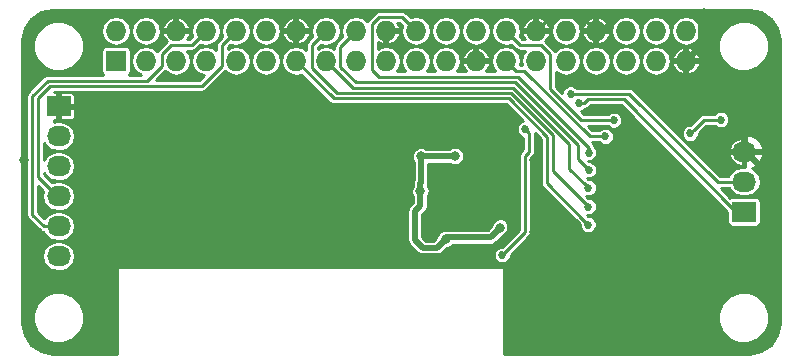
<source format=gbl>
G04 #@! TF.FileFunction,Copper,L2,Bot,Signal*
%FSLAX46Y46*%
G04 Gerber Fmt 4.6, Leading zero omitted, Abs format (unit mm)*
G04 Created by KiCad (PCBNEW 4.0.0-2.201512091501+6195~38~ubuntu15.10.1-stable) date Sat 12 Dec 2015 12:02:49 AM CST*
%MOMM*%
G01*
G04 APERTURE LIST*
%ADD10C,0.100000*%
%ADD11R,2.032000X1.727200*%
%ADD12O,2.032000X1.727200*%
%ADD13R,1.727200X1.727200*%
%ADD14O,1.727200X1.727200*%
%ADD15C,0.800000*%
%ADD16C,0.685800*%
%ADD17C,0.500000*%
%ADD18C,0.250000*%
%ADD19C,0.254000*%
G04 APERTURE END LIST*
D10*
D11*
X126542800Y-102552500D03*
D12*
X126542800Y-100012500D03*
X126542800Y-97472500D03*
D11*
X68516500Y-93599000D03*
D12*
X68516500Y-96139000D03*
X68516500Y-98679000D03*
X68516500Y-101219000D03*
X68516500Y-103759000D03*
X68516500Y-106299000D03*
D13*
X73370000Y-89770000D03*
D14*
X73370000Y-87230000D03*
X75910000Y-89770000D03*
X75910000Y-87230000D03*
X78450000Y-89770000D03*
X78450000Y-87230000D03*
X80990000Y-89770000D03*
X80990000Y-87230000D03*
X83530000Y-89770000D03*
X83530000Y-87230000D03*
X86070000Y-89770000D03*
X86070000Y-87230000D03*
X88610000Y-89770000D03*
X88610000Y-87230000D03*
X91150000Y-89770000D03*
X91150000Y-87230000D03*
X93690000Y-89770000D03*
X93690000Y-87230000D03*
X96230000Y-89770000D03*
X96230000Y-87230000D03*
X98770000Y-89770000D03*
X98770000Y-87230000D03*
X101310000Y-89770000D03*
X101310000Y-87230000D03*
X103850000Y-89770000D03*
X103850000Y-87230000D03*
X106390000Y-89770000D03*
X106390000Y-87230000D03*
X108930000Y-89770000D03*
X108930000Y-87230000D03*
X111470000Y-89770000D03*
X111470000Y-87230000D03*
X114010000Y-89770000D03*
X114010000Y-87230000D03*
X116550000Y-89770000D03*
X116550000Y-87230000D03*
X119090000Y-89770000D03*
X119090000Y-87230000D03*
X121630000Y-89770000D03*
X121630000Y-87230000D03*
D15*
X66395600Y-86918800D03*
X66548000Y-113588800D03*
X128422402Y-113588800D03*
X128727200Y-86918800D03*
X77571600Y-90982800D03*
X79638601Y-90881200D03*
X77136399Y-85916399D03*
X121615200Y-100380800D03*
X118313200Y-99923600D03*
X97905410Y-105410000D03*
X96476191Y-104424736D03*
X99923600Y-104763190D03*
X102412800Y-105688501D03*
X106775199Y-103188380D03*
X129032000Y-109067600D03*
X129032000Y-105968800D03*
X129032000Y-100330000D03*
X129082800Y-91998800D03*
X65563481Y-98145600D03*
X65989200Y-107797600D03*
X70459600Y-114300000D03*
X122377200Y-114046000D03*
X117856000Y-114046000D03*
X111709200Y-114046000D03*
X107594400Y-96621600D03*
X106375200Y-98972220D03*
X108788200Y-104267000D03*
X98856800Y-93980000D03*
X89154000Y-91846400D03*
X84988400Y-91440000D03*
X78841600Y-100990400D03*
X72847200Y-99720400D03*
X72847200Y-94437200D03*
X79959200Y-106883200D03*
X106578400Y-110286800D03*
X73151999Y-110286801D03*
X73152000Y-106934000D03*
X101447600Y-106984800D03*
X106629200Y-107187998D03*
X106578400Y-114046000D03*
X123139200Y-85750400D03*
X65836800Y-91948000D03*
X66040000Y-103987600D03*
X73152000Y-114300000D03*
X85547200Y-106883200D03*
X92760800Y-99110800D03*
X91998800Y-99720400D03*
X93218000Y-101600000D03*
X93218000Y-102920800D03*
X91338400Y-101600000D03*
X91338400Y-102920800D03*
X90932000Y-106883200D03*
X90932000Y-105613200D03*
X95532400Y-106629200D03*
X93776800Y-106629200D03*
X95199200Y-101295200D03*
X97129598Y-101295200D03*
X98145600Y-98998010D03*
X95199200Y-98704400D03*
X114935000Y-100253800D03*
X117119400Y-97053400D03*
X114401600Y-107467400D03*
X113157000Y-111302800D03*
X95986600Y-94386400D03*
X101665692Y-102086952D03*
X108788200Y-98171000D03*
X101665692Y-100361952D03*
X101665692Y-100361952D03*
X103390692Y-102086952D03*
X103390692Y-100361952D03*
X83693000Y-96393000D03*
X83693000Y-98488500D03*
X93091000Y-96075500D03*
X92964000Y-97878010D03*
X105918000Y-103886000D03*
X99196211Y-97855268D03*
X99137490Y-100824407D03*
X102057200Y-97840800D03*
X101282500Y-104838500D03*
D16*
X113334800Y-103632000D03*
X113360202Y-100507800D03*
X113360200Y-102108000D03*
X113385600Y-99009201D03*
X113385600Y-97536000D03*
X106070400Y-106222800D03*
X108000800Y-95554800D03*
X112548869Y-93332516D03*
X111861600Y-92557600D03*
X115519200Y-94792800D03*
X114808000Y-96164402D03*
X121970800Y-95910400D03*
X124587000Y-94742000D03*
D17*
X66947999Y-113988799D02*
X66548000Y-113588800D01*
X67259200Y-114300000D02*
X66947999Y-113988799D01*
X70459600Y-114300000D02*
X67259200Y-114300000D01*
X128822401Y-113188801D02*
X128422402Y-113588800D01*
X129032000Y-109067600D02*
X129032000Y-112979202D01*
X129032000Y-112979202D02*
X128822401Y-113188801D01*
X129082800Y-87274400D02*
X128727200Y-86918800D01*
X129082800Y-91998800D02*
X129082800Y-87274400D01*
X77571600Y-90982800D02*
X77869999Y-91281199D01*
X77869999Y-91281199D02*
X79238602Y-91281199D01*
X79238602Y-91281199D02*
X79638601Y-90881200D01*
X118313200Y-99923600D02*
X121158000Y-99923600D01*
X121158000Y-99923600D02*
X121615200Y-100380800D01*
X117119400Y-97053400D02*
X117119400Y-98069400D01*
X117119400Y-98069400D02*
X114935000Y-100253800D01*
X97723552Y-105672097D02*
X97723552Y-105591858D01*
X97723552Y-105591858D02*
X97905410Y-105410000D01*
X97723552Y-105672097D02*
X96876190Y-104824735D01*
X97790000Y-105672097D02*
X97723552Y-105672097D01*
X96876190Y-104824735D02*
X96476191Y-104424736D01*
X97790000Y-105672097D02*
X98431113Y-106313210D01*
X98431114Y-106313211D02*
X97790000Y-105672097D01*
X98431113Y-106313210D02*
X104748792Y-106313210D01*
X104748792Y-106313210D02*
X106768001Y-104294001D01*
X106768001Y-104294001D02*
X106768001Y-103477999D01*
X106768001Y-103477999D02*
X105964452Y-102674450D01*
X105964452Y-102674450D02*
X102325183Y-102674450D01*
X102412800Y-105688501D02*
X101788090Y-106313211D01*
X101788090Y-106313211D02*
X98431114Y-106313211D01*
X101665692Y-102086952D02*
X101665692Y-103021098D01*
X101665692Y-103021098D02*
X99923600Y-104763190D01*
X102412800Y-105688501D02*
X105322701Y-105688501D01*
X106629200Y-107187998D02*
X106527602Y-107086400D01*
X106527602Y-107086400D02*
X101549200Y-107086400D01*
X101549200Y-107086400D02*
X101447600Y-106984800D01*
X106775199Y-103754065D02*
X106775199Y-103188380D01*
X106775199Y-104236003D02*
X106775199Y-103754065D01*
X106375200Y-98972220D02*
X106775199Y-99372219D01*
X106775199Y-99372219D02*
X106775199Y-103188380D01*
X105322701Y-105688501D02*
X106775199Y-104236003D01*
X129032000Y-105968800D02*
X129032000Y-109067600D01*
X129032000Y-100330000D02*
X129032000Y-105968800D01*
X129032000Y-99809300D02*
X129032000Y-100330000D01*
X129082800Y-93568900D02*
X129082800Y-91998800D01*
X65640001Y-98145600D02*
X65640001Y-92144799D01*
X65640001Y-103587601D02*
X65640001Y-98145600D01*
X65640001Y-98145600D02*
X65563481Y-98145600D01*
X73152000Y-114300000D02*
X70459600Y-114300000D01*
X107194401Y-97021599D02*
X107594400Y-96621600D01*
X106675199Y-97540801D02*
X107194401Y-97021599D01*
X106675199Y-98531401D02*
X106675199Y-97540801D01*
D18*
X105975201Y-99372219D02*
X106375200Y-98972220D01*
X103390692Y-100361952D02*
X104985468Y-100361952D01*
X106675199Y-98672221D02*
X106375200Y-98972220D01*
X104985468Y-100361952D02*
X105975201Y-99372219D01*
X106675199Y-98531401D02*
X106675199Y-98672221D01*
D17*
X108788200Y-98171000D02*
X108788200Y-104267000D01*
X108788200Y-104267000D02*
X109394088Y-104872888D01*
X109394088Y-104872888D02*
X109394088Y-107521912D01*
X109394088Y-107521912D02*
X109372400Y-107543600D01*
X98856800Y-93980000D02*
X96393000Y-93980000D01*
X96393000Y-93980000D02*
X95986600Y-94386400D01*
X84988400Y-91440000D02*
X88747600Y-91440000D01*
X88747600Y-91440000D02*
X89154000Y-91846400D01*
X72847200Y-94437200D02*
X72847200Y-99720400D01*
X79959200Y-106883200D02*
X73202800Y-106883200D01*
X85547200Y-106883200D02*
X79959200Y-106883200D01*
X106578400Y-110286800D02*
X106578400Y-107238798D01*
X106578400Y-114046000D02*
X106578400Y-110286800D01*
X73202800Y-106883200D02*
X73152000Y-106934000D01*
X106629200Y-107137200D02*
X106629200Y-107187998D01*
X106578400Y-107086400D02*
X106629200Y-107137200D01*
X106578400Y-107238798D02*
X106629200Y-107187998D01*
X126695200Y-97472500D02*
X129032000Y-99809300D01*
X123139200Y-85750400D02*
X123139200Y-88260800D01*
X123139200Y-88260800D02*
X121630000Y-89770000D01*
X126542800Y-97472500D02*
X126542800Y-96108900D01*
X126542800Y-96108900D02*
X129082800Y-93568900D01*
X66040000Y-103987600D02*
X65640001Y-103587601D01*
X65640001Y-92144799D02*
X65836800Y-91948000D01*
X91998800Y-99720400D02*
X92151200Y-99720400D01*
X92151200Y-99720400D02*
X92760800Y-99110800D01*
X93218000Y-101600000D02*
X94894400Y-101600000D01*
X94894400Y-101600000D02*
X95199200Y-101295200D01*
X93268800Y-105555515D02*
X93268800Y-102971600D01*
X93268800Y-102971600D02*
X93218000Y-102920800D01*
X93776800Y-106629200D02*
X93776800Y-106063515D01*
X93776800Y-106063515D02*
X93268800Y-105555515D01*
X91338400Y-102920800D02*
X91338400Y-101600000D01*
X90932000Y-105613200D02*
X90932000Y-106883200D01*
X93776800Y-106629200D02*
X95532400Y-106629200D01*
X97129598Y-95529398D02*
X97129598Y-100729515D01*
X97129598Y-100729515D02*
X97129598Y-101295200D01*
X95986600Y-94386400D02*
X97129598Y-95529398D01*
X95199200Y-98704400D02*
X97851990Y-98704400D01*
X97851990Y-98704400D02*
X98145600Y-98998010D01*
X114535001Y-100653799D02*
X114935000Y-100253800D01*
X114401600Y-100787200D02*
X114535001Y-100653799D01*
X114401600Y-107467400D02*
X114401600Y-100787200D01*
D18*
X106675199Y-98470999D02*
X106675199Y-98531401D01*
X106603800Y-98399600D02*
X106675199Y-98470999D01*
D17*
X109372400Y-106400600D02*
X109372400Y-107543600D01*
X110998000Y-111328200D02*
X113131600Y-111328200D01*
X113131600Y-111328200D02*
X113157000Y-111302800D01*
X109372400Y-109702600D02*
X110998000Y-111328200D01*
X109372400Y-107873800D02*
X109372400Y-109702600D01*
X95986600Y-94386400D02*
X94780100Y-94386400D01*
X94780100Y-94386400D02*
X93091000Y-96075500D01*
X109372400Y-107543600D02*
X109372400Y-107873800D01*
X126542800Y-97472500D02*
X126695200Y-97472500D01*
X114010000Y-87230000D02*
X114605870Y-87230000D01*
X114605870Y-87230000D02*
X115919471Y-85916399D01*
X115919471Y-85916399D02*
X122260529Y-85916399D01*
X122260529Y-85916399D02*
X122943601Y-86599471D01*
X122943601Y-86599471D02*
X122943601Y-88456399D01*
X122943601Y-88456399D02*
X122493599Y-88906401D01*
X122493599Y-88906401D02*
X121630000Y-89770000D01*
D18*
X108930000Y-87230000D02*
X110118601Y-86041399D01*
X110118601Y-86041399D02*
X112821399Y-86041399D01*
X112821399Y-86041399D02*
X113146401Y-86366401D01*
X113146401Y-86366401D02*
X114010000Y-87230000D01*
D17*
X83693000Y-98488500D02*
X83693000Y-96393000D01*
X92964000Y-97878010D02*
X92964000Y-96202500D01*
X92964000Y-96202500D02*
X93091000Y-96075500D01*
X99161600Y-100838000D02*
X99136200Y-100863400D01*
X99364800Y-105613200D02*
X100507800Y-105613200D01*
X99136200Y-100863400D02*
X99136200Y-102031800D01*
X98653600Y-104902000D02*
X99364800Y-105613200D01*
X99136200Y-102031800D02*
X98653600Y-102514400D01*
X98653600Y-102514400D02*
X98653600Y-104902000D01*
X100507800Y-105613200D02*
X101282500Y-104838500D01*
X101282500Y-104838500D02*
X101422200Y-104698800D01*
X101422200Y-104698800D02*
X105105200Y-104698800D01*
X105105200Y-104698800D02*
X105518001Y-104285999D01*
X105518001Y-104285999D02*
X105918000Y-103886000D01*
X99137490Y-100824407D02*
X99137490Y-100131232D01*
X99137490Y-100131232D02*
X99196211Y-100072511D01*
X99196211Y-98420953D02*
X99196211Y-97855268D01*
X102057200Y-97840800D02*
X99210679Y-97840800D01*
X99196211Y-100072511D02*
X99196211Y-98420953D01*
X99210679Y-97840800D02*
X99196211Y-97855268D01*
D18*
X80126401Y-88093599D02*
X80990000Y-87230000D01*
X66288490Y-102796990D02*
X66288491Y-92725997D01*
X67574488Y-91440000D02*
X75999130Y-91440000D01*
X68516500Y-103759000D02*
X67250500Y-103759000D01*
X67250500Y-103759000D02*
X66288490Y-102796990D01*
X77261399Y-90177731D02*
X77261399Y-89199471D01*
X66288491Y-92725997D02*
X67574488Y-91440000D01*
X75999130Y-91440000D02*
X77261399Y-90177731D01*
X77261399Y-89199471D02*
X78042269Y-88418601D01*
X78042269Y-88418601D02*
X79801399Y-88418601D01*
X79801399Y-88418601D02*
X80126401Y-88093599D01*
X76185530Y-91890011D02*
X76191041Y-91884500D01*
X82666401Y-88093599D02*
X83530000Y-87230000D01*
X82341399Y-90177731D02*
X82341399Y-88418601D01*
X68516500Y-101219000D02*
X68364100Y-101219000D01*
X76191041Y-91884500D02*
X80634630Y-91884500D01*
X67760887Y-91890011D02*
X76185530Y-91890011D01*
X66738501Y-99593401D02*
X66738501Y-92912397D01*
X68364100Y-101219000D02*
X66738501Y-99593401D01*
X82341399Y-88418601D02*
X82666401Y-88093599D01*
X66738501Y-92912397D02*
X67760887Y-91890011D01*
X80634630Y-91884500D02*
X82341399Y-90177731D01*
X113034801Y-103332001D02*
X113334800Y-103632000D01*
X109855000Y-100152200D02*
X113034801Y-103332001D01*
X109855000Y-96179196D02*
X109855000Y-100152200D01*
X106625424Y-92949620D02*
X109855000Y-96179196D01*
X88610000Y-89770000D02*
X91789620Y-92949620D01*
X91789620Y-92949620D02*
X106625424Y-92949620D01*
X111739401Y-98886999D02*
X113060203Y-100207801D01*
X113060203Y-100207801D02*
X113360202Y-100507800D01*
X91150000Y-89770000D02*
X93429598Y-92049598D01*
X93429598Y-92049598D02*
X106998224Y-92049598D01*
X111739401Y-96790775D02*
X111739401Y-98886999D01*
X106998224Y-92049598D02*
X111739401Y-96790775D01*
X113060201Y-101808001D02*
X113360200Y-102108000D01*
X106811824Y-92499609D02*
X110363000Y-96050785D01*
X110363000Y-96050785D02*
X110363000Y-99110800D01*
X92120479Y-92499609D02*
X106811824Y-92499609D01*
X89961399Y-88418601D02*
X89961399Y-90340529D01*
X110363000Y-99110800D02*
X113060201Y-101808001D01*
X91150000Y-87230000D02*
X89961399Y-88418601D01*
X89961399Y-90340529D02*
X92120479Y-92499609D01*
X112483850Y-96898813D02*
X112483850Y-98107451D01*
X107184624Y-91599587D02*
X112483850Y-96898813D01*
X93690000Y-87230000D02*
X92338601Y-88581399D01*
X92338601Y-88581399D02*
X92338601Y-90255801D01*
X112483850Y-98107451D02*
X113085601Y-98709202D01*
X93682387Y-91599587D02*
X107184624Y-91599587D01*
X92338601Y-90255801D02*
X93682387Y-91599587D01*
X113085601Y-98709202D02*
X113385600Y-99009201D01*
X113385600Y-97111736D02*
X113385600Y-97536000D01*
X107396364Y-91122500D02*
X113385600Y-97111736D01*
X95041399Y-86659471D02*
X95041399Y-90503327D01*
X95659471Y-86041399D02*
X95041399Y-86659471D01*
X98770000Y-87230000D02*
X97581399Y-86041399D01*
X97581399Y-86041399D02*
X95659471Y-86041399D01*
X95041399Y-90503327D02*
X95660572Y-91122500D01*
X95660572Y-91122500D02*
X107396364Y-91122500D01*
X108014602Y-97782402D02*
X108014602Y-104278598D01*
X106413299Y-105879901D02*
X106070400Y-106222800D01*
X108343699Y-97453305D02*
X108014602Y-97782402D01*
X108014602Y-104278598D02*
X106413299Y-105879901D01*
X108343699Y-95897699D02*
X108343699Y-97453305D01*
X108000800Y-95554800D02*
X108343699Y-95897699D01*
X126542800Y-102552500D02*
X125869700Y-102552500D01*
X125869700Y-102552500D02*
X116344873Y-93027673D01*
X116344873Y-93027673D02*
X113338645Y-93027673D01*
X113338645Y-93027673D02*
X113033802Y-93332516D01*
X113033802Y-93332516D02*
X112548869Y-93332516D01*
X112346533Y-92557600D02*
X111861600Y-92557600D01*
X116840000Y-92557600D02*
X112346533Y-92557600D01*
X124307600Y-100025200D02*
X116840000Y-92557600D01*
X126542800Y-100025200D02*
X124307600Y-100025200D01*
X112760220Y-94792800D02*
X115034267Y-94792800D01*
X110118601Y-92151181D02*
X112760220Y-94792800D01*
X109337731Y-88418601D02*
X110118601Y-89199471D01*
X106390000Y-87230000D02*
X107578601Y-88418601D01*
X115034267Y-94792800D02*
X115519200Y-94792800D01*
X107578601Y-88418601D02*
X109337731Y-88418601D01*
X110118601Y-89199471D02*
X110118601Y-92151181D01*
X114323067Y-96164402D02*
X114808000Y-96164402D01*
X113484748Y-96164402D02*
X114323067Y-96164402D01*
X106390000Y-89770000D02*
X107253599Y-90633599D01*
X107953945Y-90633599D02*
X113484748Y-96164402D01*
X107253599Y-90633599D02*
X107953945Y-90633599D01*
X122270799Y-95610401D02*
X121970800Y-95910400D01*
X123139200Y-94742000D02*
X122270799Y-95610401D01*
X124587000Y-94742000D02*
X123139200Y-94742000D01*
D19*
G36*
X94686431Y-86304503D02*
X94622863Y-86399639D01*
X94591542Y-86352763D01*
X94189062Y-86083835D01*
X93714305Y-85989400D01*
X93665695Y-85989400D01*
X93190938Y-86083835D01*
X92788458Y-86352763D01*
X92519530Y-86755243D01*
X92425095Y-87230000D01*
X92517170Y-87692894D01*
X91983633Y-88226431D01*
X91874813Y-88389292D01*
X91836600Y-88581399D01*
X91836601Y-88581404D01*
X91836601Y-88749144D01*
X91649062Y-88623835D01*
X91174305Y-88529400D01*
X91125695Y-88529400D01*
X90650938Y-88623835D01*
X90463399Y-88749144D01*
X90463399Y-88626537D01*
X90703346Y-88386590D01*
X91125695Y-88470600D01*
X91174305Y-88470600D01*
X91649062Y-88376165D01*
X92051542Y-88107237D01*
X92320470Y-87704757D01*
X92414905Y-87230000D01*
X92320470Y-86755243D01*
X92051542Y-86352763D01*
X91649062Y-86083835D01*
X91174305Y-85989400D01*
X91125695Y-85989400D01*
X90650938Y-86083835D01*
X90248458Y-86352763D01*
X89979530Y-86755243D01*
X89885095Y-87230000D01*
X89977170Y-87692894D01*
X89606431Y-88063633D01*
X89497611Y-88226494D01*
X89459398Y-88418601D01*
X89459399Y-88418606D01*
X89459399Y-88857922D01*
X89109062Y-88623835D01*
X88634305Y-88529400D01*
X88585695Y-88529400D01*
X88110938Y-88623835D01*
X87708458Y-88892763D01*
X87439530Y-89295243D01*
X87345095Y-89770000D01*
X87439530Y-90244757D01*
X87708458Y-90647237D01*
X88110938Y-90916165D01*
X88585695Y-91010600D01*
X88634305Y-91010600D01*
X89056654Y-90926590D01*
X91434650Y-93304585D01*
X91434652Y-93304588D01*
X91541805Y-93376185D01*
X91597513Y-93413408D01*
X91789620Y-93451621D01*
X91789625Y-93451620D01*
X106417488Y-93451620D01*
X107817481Y-94851613D01*
X107593542Y-94944142D01*
X107390854Y-95146477D01*
X107281025Y-95410975D01*
X107280775Y-95697369D01*
X107390142Y-95962058D01*
X107592477Y-96164746D01*
X107841699Y-96268232D01*
X107841699Y-97245370D01*
X107659634Y-97427434D01*
X107550814Y-97590295D01*
X107512601Y-97782402D01*
X107512602Y-97782407D01*
X107512602Y-104070663D01*
X106080356Y-105502908D01*
X105927831Y-105502775D01*
X105663142Y-105612142D01*
X105460454Y-105814477D01*
X105350625Y-106078975D01*
X105350375Y-106365369D01*
X105459742Y-106630058D01*
X105662077Y-106832746D01*
X105926575Y-106942575D01*
X106212969Y-106942825D01*
X106477658Y-106833458D01*
X106680346Y-106631123D01*
X106790175Y-106366625D01*
X106790309Y-106212827D01*
X108369567Y-104633568D01*
X108369570Y-104633566D01*
X108441483Y-104525941D01*
X108478390Y-104470706D01*
X108516602Y-104278598D01*
X108516602Y-97990338D01*
X108698664Y-97808275D01*
X108698667Y-97808273D01*
X108807487Y-97645412D01*
X108845699Y-97453305D01*
X108845699Y-95897699D01*
X108841262Y-95875393D01*
X109353000Y-96387131D01*
X109353000Y-100152195D01*
X109352999Y-100152200D01*
X109391212Y-100344307D01*
X109500032Y-100507168D01*
X112614908Y-103622043D01*
X112614775Y-103774569D01*
X112724142Y-104039258D01*
X112926477Y-104241946D01*
X113190975Y-104351775D01*
X113477369Y-104352025D01*
X113742058Y-104242658D01*
X113944746Y-104040323D01*
X114054575Y-103775825D01*
X114054825Y-103489431D01*
X113945458Y-103224742D01*
X113743123Y-103022054D01*
X113478625Y-102912225D01*
X113324826Y-102912091D01*
X113240531Y-102827796D01*
X113502769Y-102828025D01*
X113767458Y-102718658D01*
X113970146Y-102516323D01*
X114079975Y-102251825D01*
X114080225Y-101965431D01*
X113970858Y-101700742D01*
X113768523Y-101498054D01*
X113504025Y-101388225D01*
X113350226Y-101388091D01*
X113170774Y-101208639D01*
X113216377Y-101227575D01*
X113502771Y-101227825D01*
X113767460Y-101118458D01*
X113970148Y-100916123D01*
X114079977Y-100651625D01*
X114080227Y-100365231D01*
X113970860Y-100100542D01*
X113768525Y-99897854D01*
X113504027Y-99788025D01*
X113350229Y-99787891D01*
X113291357Y-99729019D01*
X113528169Y-99729226D01*
X113792858Y-99619859D01*
X113995546Y-99417524D01*
X114105375Y-99153026D01*
X114105625Y-98866632D01*
X113996258Y-98601943D01*
X113793923Y-98399255D01*
X113529425Y-98289426D01*
X113375626Y-98289292D01*
X113342197Y-98255863D01*
X113528169Y-98256025D01*
X113792858Y-98146658D01*
X113995546Y-97944323D01*
X114105375Y-97679825D01*
X114105625Y-97393431D01*
X113996258Y-97128742D01*
X113864786Y-96997041D01*
X113849388Y-96919629D01*
X113825700Y-96884177D01*
X113740568Y-96756768D01*
X113740565Y-96756766D01*
X113650201Y-96666402D01*
X114291919Y-96666402D01*
X114399677Y-96774348D01*
X114664175Y-96884177D01*
X114950569Y-96884427D01*
X115215258Y-96775060D01*
X115417946Y-96572725D01*
X115527775Y-96308227D01*
X115528025Y-96021833D01*
X115418658Y-95757144D01*
X115216323Y-95554456D01*
X114951825Y-95444627D01*
X114665431Y-95444377D01*
X114400742Y-95553744D01*
X114291894Y-95662402D01*
X113692683Y-95662402D01*
X113325081Y-95294800D01*
X115003119Y-95294800D01*
X115110877Y-95402746D01*
X115375375Y-95512575D01*
X115661769Y-95512825D01*
X115926458Y-95403458D01*
X116129146Y-95201123D01*
X116238975Y-94936625D01*
X116239225Y-94650231D01*
X116129858Y-94385542D01*
X115927523Y-94182854D01*
X115663025Y-94073025D01*
X115376631Y-94072775D01*
X115111942Y-94182142D01*
X115003094Y-94290800D01*
X112968155Y-94290800D01*
X112718652Y-94041297D01*
X112956127Y-93943174D01*
X113072731Y-93826774D01*
X113225909Y-93796304D01*
X113388770Y-93687484D01*
X113546581Y-93529673D01*
X116136937Y-93529673D01*
X125142415Y-102535150D01*
X125142415Y-103416100D01*
X125168703Y-103555808D01*
X125251270Y-103684120D01*
X125377253Y-103770201D01*
X125526800Y-103800485D01*
X126593600Y-103800485D01*
X126593600Y-109373081D01*
X126078770Y-109372632D01*
X125296726Y-109695766D01*
X124697869Y-110293578D01*
X124373370Y-111075057D01*
X124372632Y-111921230D01*
X124424105Y-112045804D01*
X106248200Y-112045804D01*
X106248200Y-107365800D01*
X106239515Y-107319641D01*
X106212235Y-107277247D01*
X106170610Y-107248806D01*
X106121200Y-107238800D01*
X73558400Y-107238800D01*
X73512241Y-107247485D01*
X73469847Y-107274765D01*
X73441406Y-107316390D01*
X73431400Y-107365800D01*
X73431400Y-112045804D01*
X70576444Y-112045804D01*
X70626630Y-111924943D01*
X70627368Y-111078770D01*
X70304234Y-110296726D01*
X69706422Y-109697869D01*
X68924943Y-109373370D01*
X68097400Y-109372648D01*
X68097400Y-107491978D01*
X68336810Y-107539600D01*
X68696190Y-107539600D01*
X69170947Y-107445165D01*
X69573427Y-107176237D01*
X69842355Y-106773757D01*
X69936790Y-106299000D01*
X69842355Y-105824243D01*
X69573427Y-105421763D01*
X69170947Y-105152835D01*
X68696190Y-105058400D01*
X68336810Y-105058400D01*
X68097400Y-105106022D01*
X68097400Y-104951978D01*
X68336810Y-104999600D01*
X68696190Y-104999600D01*
X69170947Y-104905165D01*
X69573427Y-104636237D01*
X69842355Y-104233757D01*
X69936790Y-103759000D01*
X69842355Y-103284243D01*
X69573427Y-102881763D01*
X69170947Y-102612835D01*
X68696190Y-102518400D01*
X68336810Y-102518400D01*
X68097400Y-102566022D01*
X68097400Y-102514400D01*
X98026600Y-102514400D01*
X98026600Y-104902000D01*
X98074328Y-105141943D01*
X98166047Y-105279210D01*
X98210244Y-105345356D01*
X98921444Y-106056556D01*
X99124858Y-106192473D01*
X99364800Y-106240200D01*
X100507800Y-106240200D01*
X100747743Y-106192472D01*
X100951156Y-106056556D01*
X101392117Y-105615595D01*
X101436377Y-105615634D01*
X101722060Y-105497592D01*
X101894153Y-105325800D01*
X105105200Y-105325800D01*
X105345143Y-105278072D01*
X105548556Y-105142156D01*
X106027617Y-104663095D01*
X106071877Y-104663134D01*
X106357560Y-104545092D01*
X106576324Y-104326710D01*
X106694865Y-104041233D01*
X106695134Y-103732123D01*
X106577092Y-103446440D01*
X106358710Y-103227676D01*
X106073233Y-103109135D01*
X105764123Y-103108866D01*
X105478440Y-103226908D01*
X105259676Y-103445290D01*
X105141135Y-103730767D01*
X105141095Y-103776193D01*
X104845488Y-104071800D01*
X101462213Y-104071800D01*
X101437733Y-104061635D01*
X101128623Y-104061366D01*
X100842940Y-104179408D01*
X100624176Y-104397790D01*
X100505635Y-104683267D01*
X100505595Y-104728693D01*
X100248088Y-104986200D01*
X99624512Y-104986200D01*
X99280600Y-104642288D01*
X99280600Y-102774112D01*
X99579556Y-102475156D01*
X99589950Y-102459600D01*
X99715472Y-102271743D01*
X99763200Y-102031800D01*
X99763200Y-101297674D01*
X99795814Y-101265117D01*
X99914355Y-100979640D01*
X99914624Y-100670530D01*
X99796582Y-100384847D01*
X99764490Y-100352699D01*
X99764490Y-100328906D01*
X99775483Y-100312454D01*
X99823211Y-100072511D01*
X99823211Y-98467800D01*
X101585221Y-98467800D01*
X101616490Y-98499124D01*
X101901967Y-98617665D01*
X102211077Y-98617934D01*
X102496760Y-98499892D01*
X102715524Y-98281510D01*
X102834065Y-97996033D01*
X102834334Y-97686923D01*
X102716292Y-97401240D01*
X102497910Y-97182476D01*
X102212433Y-97063935D01*
X101903323Y-97063666D01*
X101617640Y-97181708D01*
X101585492Y-97213800D01*
X99653748Y-97213800D01*
X99636921Y-97196944D01*
X99351444Y-97078403D01*
X99042334Y-97078134D01*
X98756651Y-97196176D01*
X98537887Y-97414558D01*
X98419346Y-97700035D01*
X98419077Y-98009145D01*
X98537119Y-98294828D01*
X98569211Y-98326976D01*
X98569211Y-99874837D01*
X98558218Y-99891289D01*
X98510490Y-100131232D01*
X98510490Y-100352428D01*
X98479166Y-100383697D01*
X98360625Y-100669174D01*
X98360356Y-100978284D01*
X98478398Y-101263967D01*
X98509200Y-101294823D01*
X98509200Y-101772088D01*
X98210244Y-102071044D01*
X98074328Y-102274457D01*
X98026600Y-102514400D01*
X68097400Y-102514400D01*
X68097400Y-102411978D01*
X68336810Y-102459600D01*
X68696190Y-102459600D01*
X69170947Y-102365165D01*
X69573427Y-102096237D01*
X69842355Y-101693757D01*
X69936790Y-101219000D01*
X69842355Y-100744243D01*
X69573427Y-100341763D01*
X69170947Y-100072835D01*
X68696190Y-99978400D01*
X68336810Y-99978400D01*
X68097400Y-100026022D01*
X68097400Y-99871978D01*
X68336810Y-99919600D01*
X68696190Y-99919600D01*
X69170947Y-99825165D01*
X69573427Y-99556237D01*
X69842355Y-99153757D01*
X69936790Y-98679000D01*
X69842355Y-98204243D01*
X69573427Y-97801763D01*
X69170947Y-97532835D01*
X68696190Y-97438400D01*
X68336810Y-97438400D01*
X68097400Y-97486022D01*
X68097400Y-97331978D01*
X68336810Y-97379600D01*
X68696190Y-97379600D01*
X69170947Y-97285165D01*
X69573427Y-97016237D01*
X69842355Y-96613757D01*
X69936790Y-96139000D01*
X69842355Y-95664243D01*
X69573427Y-95261763D01*
X69170947Y-94992835D01*
X68696190Y-94898400D01*
X68336810Y-94898400D01*
X68097400Y-94946022D01*
X68097400Y-94789600D01*
X68307750Y-94789600D01*
X68389500Y-94707850D01*
X68389500Y-93726000D01*
X68643500Y-93726000D01*
X68643500Y-94707850D01*
X68725250Y-94789600D01*
X69597544Y-94789600D01*
X69717730Y-94739817D01*
X69809717Y-94647831D01*
X69859500Y-94527645D01*
X69859500Y-93807750D01*
X69777750Y-93726000D01*
X68643500Y-93726000D01*
X68389500Y-93726000D01*
X68369500Y-93726000D01*
X68369500Y-93472000D01*
X68389500Y-93472000D01*
X68389500Y-92490150D01*
X68643500Y-92490150D01*
X68643500Y-93472000D01*
X69777750Y-93472000D01*
X69859500Y-93390250D01*
X69859500Y-92670355D01*
X69809717Y-92550169D01*
X69717730Y-92458183D01*
X69597544Y-92408400D01*
X68725250Y-92408400D01*
X68643500Y-92490150D01*
X68389500Y-92490150D01*
X68307750Y-92408400D01*
X68097400Y-92408400D01*
X68097400Y-92392011D01*
X76185525Y-92392011D01*
X76185530Y-92392012D01*
X76213240Y-92386500D01*
X80634625Y-92386500D01*
X80634630Y-92386501D01*
X80826737Y-92348288D01*
X80989598Y-92239468D01*
X82609781Y-90619285D01*
X82628458Y-90647237D01*
X83030938Y-90916165D01*
X83505695Y-91010600D01*
X83554305Y-91010600D01*
X84029062Y-90916165D01*
X84431542Y-90647237D01*
X84700470Y-90244757D01*
X84794905Y-89770000D01*
X84805095Y-89770000D01*
X84899530Y-90244757D01*
X85168458Y-90647237D01*
X85570938Y-90916165D01*
X86045695Y-91010600D01*
X86094305Y-91010600D01*
X86569062Y-90916165D01*
X86971542Y-90647237D01*
X87240470Y-90244757D01*
X87334905Y-89770000D01*
X87240470Y-89295243D01*
X86971542Y-88892763D01*
X86569062Y-88623835D01*
X86094305Y-88529400D01*
X86045695Y-88529400D01*
X85570938Y-88623835D01*
X85168458Y-88892763D01*
X84899530Y-89295243D01*
X84805095Y-89770000D01*
X84794905Y-89770000D01*
X84700470Y-89295243D01*
X84431542Y-88892763D01*
X84029062Y-88623835D01*
X83554305Y-88529400D01*
X83505695Y-88529400D01*
X83030938Y-88623835D01*
X82843399Y-88749144D01*
X82843399Y-88626537D01*
X83021366Y-88448569D01*
X83021369Y-88448567D01*
X83083346Y-88386590D01*
X83505695Y-88470600D01*
X83554305Y-88470600D01*
X84029062Y-88376165D01*
X84431542Y-88107237D01*
X84700470Y-87704757D01*
X84794905Y-87230000D01*
X84805095Y-87230000D01*
X84899530Y-87704757D01*
X85168458Y-88107237D01*
X85570938Y-88376165D01*
X86045695Y-88470600D01*
X86094305Y-88470600D01*
X86569062Y-88376165D01*
X86971542Y-88107237D01*
X87240470Y-87704757D01*
X87273117Y-87540625D01*
X87460635Y-87540625D01*
X87577622Y-87823086D01*
X87883171Y-88173014D01*
X88299373Y-88379377D01*
X88483000Y-88332069D01*
X88483000Y-87357000D01*
X88737000Y-87357000D01*
X88737000Y-88332069D01*
X88920627Y-88379377D01*
X89336829Y-88173014D01*
X89642378Y-87823086D01*
X89759365Y-87540625D01*
X89711553Y-87357000D01*
X88737000Y-87357000D01*
X88483000Y-87357000D01*
X87508447Y-87357000D01*
X87460635Y-87540625D01*
X87273117Y-87540625D01*
X87334905Y-87230000D01*
X87273118Y-86919375D01*
X87460635Y-86919375D01*
X87508447Y-87103000D01*
X88483000Y-87103000D01*
X88483000Y-86127931D01*
X88737000Y-86127931D01*
X88737000Y-87103000D01*
X89711553Y-87103000D01*
X89759365Y-86919375D01*
X89642378Y-86636914D01*
X89336829Y-86286986D01*
X88920627Y-86080623D01*
X88737000Y-86127931D01*
X88483000Y-86127931D01*
X88299373Y-86080623D01*
X87883171Y-86286986D01*
X87577622Y-86636914D01*
X87460635Y-86919375D01*
X87273118Y-86919375D01*
X87240470Y-86755243D01*
X86971542Y-86352763D01*
X86569062Y-86083835D01*
X86094305Y-85989400D01*
X86045695Y-85989400D01*
X85570938Y-86083835D01*
X85168458Y-86352763D01*
X84899530Y-86755243D01*
X84805095Y-87230000D01*
X84794905Y-87230000D01*
X84700470Y-86755243D01*
X84431542Y-86352763D01*
X84029062Y-86083835D01*
X83554305Y-85989400D01*
X83505695Y-85989400D01*
X83030938Y-86083835D01*
X82628458Y-86352763D01*
X82359530Y-86755243D01*
X82265095Y-87230000D01*
X82357170Y-87692894D01*
X82311433Y-87738631D01*
X82311431Y-87738634D01*
X81986431Y-88063633D01*
X81877611Y-88226494D01*
X81839398Y-88418601D01*
X81839399Y-88418606D01*
X81839399Y-88857922D01*
X81489062Y-88623835D01*
X81014305Y-88529400D01*
X80965695Y-88529400D01*
X80490938Y-88623835D01*
X80088458Y-88892763D01*
X79819530Y-89295243D01*
X79725095Y-89770000D01*
X79819530Y-90244757D01*
X80088458Y-90647237D01*
X80490938Y-90916165D01*
X80826318Y-90982876D01*
X80426694Y-91382500D01*
X76766566Y-91382500D01*
X77529781Y-90619285D01*
X77548458Y-90647237D01*
X77950938Y-90916165D01*
X78425695Y-91010600D01*
X78474305Y-91010600D01*
X78949062Y-90916165D01*
X79351542Y-90647237D01*
X79620470Y-90244757D01*
X79714905Y-89770000D01*
X79620470Y-89295243D01*
X79370143Y-88920601D01*
X79801394Y-88920601D01*
X79801399Y-88920602D01*
X79993506Y-88882389D01*
X80156367Y-88773569D01*
X80481366Y-88448569D01*
X80481369Y-88448567D01*
X80543346Y-88386590D01*
X80965695Y-88470600D01*
X81014305Y-88470600D01*
X81489062Y-88376165D01*
X81891542Y-88107237D01*
X82160470Y-87704757D01*
X82254905Y-87230000D01*
X82160470Y-86755243D01*
X81891542Y-86352763D01*
X81489062Y-86083835D01*
X81014305Y-85989400D01*
X80965695Y-85989400D01*
X80490938Y-86083835D01*
X80088458Y-86352763D01*
X79819530Y-86755243D01*
X79725095Y-87230000D01*
X79817170Y-87692894D01*
X79771433Y-87738631D01*
X79771431Y-87738634D01*
X79593463Y-87916601D01*
X79400723Y-87916601D01*
X79482378Y-87823086D01*
X79599365Y-87540625D01*
X79551553Y-87357000D01*
X78577000Y-87357000D01*
X78577000Y-87377000D01*
X78323000Y-87377000D01*
X78323000Y-87357000D01*
X77348447Y-87357000D01*
X77300635Y-87540625D01*
X77417622Y-87823086D01*
X77655463Y-88095471D01*
X76906431Y-88844503D01*
X76842863Y-88939639D01*
X76811542Y-88892763D01*
X76409062Y-88623835D01*
X75934305Y-88529400D01*
X75885695Y-88529400D01*
X75410938Y-88623835D01*
X75008458Y-88892763D01*
X74739530Y-89295243D01*
X74645095Y-89770000D01*
X74739530Y-90244757D01*
X75008458Y-90647237D01*
X75410938Y-90916165D01*
X75520710Y-90938000D01*
X74456755Y-90938000D01*
X74501620Y-90909130D01*
X74587701Y-90783147D01*
X74617985Y-90633600D01*
X74617985Y-88906400D01*
X74591697Y-88766692D01*
X74509130Y-88638380D01*
X74383147Y-88552299D01*
X74233600Y-88522015D01*
X72506400Y-88522015D01*
X72366692Y-88548303D01*
X72238380Y-88630870D01*
X72152299Y-88756853D01*
X72122015Y-88906400D01*
X72122015Y-90633600D01*
X72148303Y-90773308D01*
X72230870Y-90901620D01*
X72284114Y-90938000D01*
X68097400Y-90938000D01*
X68097400Y-90626649D01*
X68921230Y-90627368D01*
X69703274Y-90304234D01*
X70302131Y-89706422D01*
X70626630Y-88924943D01*
X70627368Y-88078770D01*
X70304234Y-87296726D01*
X70237625Y-87230000D01*
X72105095Y-87230000D01*
X72199530Y-87704757D01*
X72468458Y-88107237D01*
X72870938Y-88376165D01*
X73345695Y-88470600D01*
X73394305Y-88470600D01*
X73869062Y-88376165D01*
X74271542Y-88107237D01*
X74540470Y-87704757D01*
X74634905Y-87230000D01*
X74645095Y-87230000D01*
X74739530Y-87704757D01*
X75008458Y-88107237D01*
X75410938Y-88376165D01*
X75885695Y-88470600D01*
X75934305Y-88470600D01*
X76409062Y-88376165D01*
X76811542Y-88107237D01*
X77080470Y-87704757D01*
X77174905Y-87230000D01*
X77113118Y-86919375D01*
X77300635Y-86919375D01*
X77348447Y-87103000D01*
X78323000Y-87103000D01*
X78323000Y-86127931D01*
X78577000Y-86127931D01*
X78577000Y-87103000D01*
X79551553Y-87103000D01*
X79599365Y-86919375D01*
X79482378Y-86636914D01*
X79176829Y-86286986D01*
X78760627Y-86080623D01*
X78577000Y-86127931D01*
X78323000Y-86127931D01*
X78139373Y-86080623D01*
X77723171Y-86286986D01*
X77417622Y-86636914D01*
X77300635Y-86919375D01*
X77113118Y-86919375D01*
X77080470Y-86755243D01*
X76811542Y-86352763D01*
X76409062Y-86083835D01*
X75934305Y-85989400D01*
X75885695Y-85989400D01*
X75410938Y-86083835D01*
X75008458Y-86352763D01*
X74739530Y-86755243D01*
X74645095Y-87230000D01*
X74634905Y-87230000D01*
X74540470Y-86755243D01*
X74271542Y-86352763D01*
X73869062Y-86083835D01*
X73394305Y-85989400D01*
X73345695Y-85989400D01*
X72870938Y-86083835D01*
X72468458Y-86352763D01*
X72199530Y-86755243D01*
X72105095Y-87230000D01*
X70237625Y-87230000D01*
X69706422Y-86697869D01*
X68924943Y-86373370D01*
X68097400Y-86372648D01*
X68097400Y-85858404D01*
X68834000Y-85858404D01*
X68883410Y-85848398D01*
X68905940Y-85833004D01*
X95157931Y-85833004D01*
X94686431Y-86304503D01*
X94686431Y-86304503D01*
G37*
X94686431Y-86304503D02*
X94622863Y-86399639D01*
X94591542Y-86352763D01*
X94189062Y-86083835D01*
X93714305Y-85989400D01*
X93665695Y-85989400D01*
X93190938Y-86083835D01*
X92788458Y-86352763D01*
X92519530Y-86755243D01*
X92425095Y-87230000D01*
X92517170Y-87692894D01*
X91983633Y-88226431D01*
X91874813Y-88389292D01*
X91836600Y-88581399D01*
X91836601Y-88581404D01*
X91836601Y-88749144D01*
X91649062Y-88623835D01*
X91174305Y-88529400D01*
X91125695Y-88529400D01*
X90650938Y-88623835D01*
X90463399Y-88749144D01*
X90463399Y-88626537D01*
X90703346Y-88386590D01*
X91125695Y-88470600D01*
X91174305Y-88470600D01*
X91649062Y-88376165D01*
X92051542Y-88107237D01*
X92320470Y-87704757D01*
X92414905Y-87230000D01*
X92320470Y-86755243D01*
X92051542Y-86352763D01*
X91649062Y-86083835D01*
X91174305Y-85989400D01*
X91125695Y-85989400D01*
X90650938Y-86083835D01*
X90248458Y-86352763D01*
X89979530Y-86755243D01*
X89885095Y-87230000D01*
X89977170Y-87692894D01*
X89606431Y-88063633D01*
X89497611Y-88226494D01*
X89459398Y-88418601D01*
X89459399Y-88418606D01*
X89459399Y-88857922D01*
X89109062Y-88623835D01*
X88634305Y-88529400D01*
X88585695Y-88529400D01*
X88110938Y-88623835D01*
X87708458Y-88892763D01*
X87439530Y-89295243D01*
X87345095Y-89770000D01*
X87439530Y-90244757D01*
X87708458Y-90647237D01*
X88110938Y-90916165D01*
X88585695Y-91010600D01*
X88634305Y-91010600D01*
X89056654Y-90926590D01*
X91434650Y-93304585D01*
X91434652Y-93304588D01*
X91541805Y-93376185D01*
X91597513Y-93413408D01*
X91789620Y-93451621D01*
X91789625Y-93451620D01*
X106417488Y-93451620D01*
X107817481Y-94851613D01*
X107593542Y-94944142D01*
X107390854Y-95146477D01*
X107281025Y-95410975D01*
X107280775Y-95697369D01*
X107390142Y-95962058D01*
X107592477Y-96164746D01*
X107841699Y-96268232D01*
X107841699Y-97245370D01*
X107659634Y-97427434D01*
X107550814Y-97590295D01*
X107512601Y-97782402D01*
X107512602Y-97782407D01*
X107512602Y-104070663D01*
X106080356Y-105502908D01*
X105927831Y-105502775D01*
X105663142Y-105612142D01*
X105460454Y-105814477D01*
X105350625Y-106078975D01*
X105350375Y-106365369D01*
X105459742Y-106630058D01*
X105662077Y-106832746D01*
X105926575Y-106942575D01*
X106212969Y-106942825D01*
X106477658Y-106833458D01*
X106680346Y-106631123D01*
X106790175Y-106366625D01*
X106790309Y-106212827D01*
X108369567Y-104633568D01*
X108369570Y-104633566D01*
X108441483Y-104525941D01*
X108478390Y-104470706D01*
X108516602Y-104278598D01*
X108516602Y-97990338D01*
X108698664Y-97808275D01*
X108698667Y-97808273D01*
X108807487Y-97645412D01*
X108845699Y-97453305D01*
X108845699Y-95897699D01*
X108841262Y-95875393D01*
X109353000Y-96387131D01*
X109353000Y-100152195D01*
X109352999Y-100152200D01*
X109391212Y-100344307D01*
X109500032Y-100507168D01*
X112614908Y-103622043D01*
X112614775Y-103774569D01*
X112724142Y-104039258D01*
X112926477Y-104241946D01*
X113190975Y-104351775D01*
X113477369Y-104352025D01*
X113742058Y-104242658D01*
X113944746Y-104040323D01*
X114054575Y-103775825D01*
X114054825Y-103489431D01*
X113945458Y-103224742D01*
X113743123Y-103022054D01*
X113478625Y-102912225D01*
X113324826Y-102912091D01*
X113240531Y-102827796D01*
X113502769Y-102828025D01*
X113767458Y-102718658D01*
X113970146Y-102516323D01*
X114079975Y-102251825D01*
X114080225Y-101965431D01*
X113970858Y-101700742D01*
X113768523Y-101498054D01*
X113504025Y-101388225D01*
X113350226Y-101388091D01*
X113170774Y-101208639D01*
X113216377Y-101227575D01*
X113502771Y-101227825D01*
X113767460Y-101118458D01*
X113970148Y-100916123D01*
X114079977Y-100651625D01*
X114080227Y-100365231D01*
X113970860Y-100100542D01*
X113768525Y-99897854D01*
X113504027Y-99788025D01*
X113350229Y-99787891D01*
X113291357Y-99729019D01*
X113528169Y-99729226D01*
X113792858Y-99619859D01*
X113995546Y-99417524D01*
X114105375Y-99153026D01*
X114105625Y-98866632D01*
X113996258Y-98601943D01*
X113793923Y-98399255D01*
X113529425Y-98289426D01*
X113375626Y-98289292D01*
X113342197Y-98255863D01*
X113528169Y-98256025D01*
X113792858Y-98146658D01*
X113995546Y-97944323D01*
X114105375Y-97679825D01*
X114105625Y-97393431D01*
X113996258Y-97128742D01*
X113864786Y-96997041D01*
X113849388Y-96919629D01*
X113825700Y-96884177D01*
X113740568Y-96756768D01*
X113740565Y-96756766D01*
X113650201Y-96666402D01*
X114291919Y-96666402D01*
X114399677Y-96774348D01*
X114664175Y-96884177D01*
X114950569Y-96884427D01*
X115215258Y-96775060D01*
X115417946Y-96572725D01*
X115527775Y-96308227D01*
X115528025Y-96021833D01*
X115418658Y-95757144D01*
X115216323Y-95554456D01*
X114951825Y-95444627D01*
X114665431Y-95444377D01*
X114400742Y-95553744D01*
X114291894Y-95662402D01*
X113692683Y-95662402D01*
X113325081Y-95294800D01*
X115003119Y-95294800D01*
X115110877Y-95402746D01*
X115375375Y-95512575D01*
X115661769Y-95512825D01*
X115926458Y-95403458D01*
X116129146Y-95201123D01*
X116238975Y-94936625D01*
X116239225Y-94650231D01*
X116129858Y-94385542D01*
X115927523Y-94182854D01*
X115663025Y-94073025D01*
X115376631Y-94072775D01*
X115111942Y-94182142D01*
X115003094Y-94290800D01*
X112968155Y-94290800D01*
X112718652Y-94041297D01*
X112956127Y-93943174D01*
X113072731Y-93826774D01*
X113225909Y-93796304D01*
X113388770Y-93687484D01*
X113546581Y-93529673D01*
X116136937Y-93529673D01*
X125142415Y-102535150D01*
X125142415Y-103416100D01*
X125168703Y-103555808D01*
X125251270Y-103684120D01*
X125377253Y-103770201D01*
X125526800Y-103800485D01*
X126593600Y-103800485D01*
X126593600Y-109373081D01*
X126078770Y-109372632D01*
X125296726Y-109695766D01*
X124697869Y-110293578D01*
X124373370Y-111075057D01*
X124372632Y-111921230D01*
X124424105Y-112045804D01*
X106248200Y-112045804D01*
X106248200Y-107365800D01*
X106239515Y-107319641D01*
X106212235Y-107277247D01*
X106170610Y-107248806D01*
X106121200Y-107238800D01*
X73558400Y-107238800D01*
X73512241Y-107247485D01*
X73469847Y-107274765D01*
X73441406Y-107316390D01*
X73431400Y-107365800D01*
X73431400Y-112045804D01*
X70576444Y-112045804D01*
X70626630Y-111924943D01*
X70627368Y-111078770D01*
X70304234Y-110296726D01*
X69706422Y-109697869D01*
X68924943Y-109373370D01*
X68097400Y-109372648D01*
X68097400Y-107491978D01*
X68336810Y-107539600D01*
X68696190Y-107539600D01*
X69170947Y-107445165D01*
X69573427Y-107176237D01*
X69842355Y-106773757D01*
X69936790Y-106299000D01*
X69842355Y-105824243D01*
X69573427Y-105421763D01*
X69170947Y-105152835D01*
X68696190Y-105058400D01*
X68336810Y-105058400D01*
X68097400Y-105106022D01*
X68097400Y-104951978D01*
X68336810Y-104999600D01*
X68696190Y-104999600D01*
X69170947Y-104905165D01*
X69573427Y-104636237D01*
X69842355Y-104233757D01*
X69936790Y-103759000D01*
X69842355Y-103284243D01*
X69573427Y-102881763D01*
X69170947Y-102612835D01*
X68696190Y-102518400D01*
X68336810Y-102518400D01*
X68097400Y-102566022D01*
X68097400Y-102514400D01*
X98026600Y-102514400D01*
X98026600Y-104902000D01*
X98074328Y-105141943D01*
X98166047Y-105279210D01*
X98210244Y-105345356D01*
X98921444Y-106056556D01*
X99124858Y-106192473D01*
X99364800Y-106240200D01*
X100507800Y-106240200D01*
X100747743Y-106192472D01*
X100951156Y-106056556D01*
X101392117Y-105615595D01*
X101436377Y-105615634D01*
X101722060Y-105497592D01*
X101894153Y-105325800D01*
X105105200Y-105325800D01*
X105345143Y-105278072D01*
X105548556Y-105142156D01*
X106027617Y-104663095D01*
X106071877Y-104663134D01*
X106357560Y-104545092D01*
X106576324Y-104326710D01*
X106694865Y-104041233D01*
X106695134Y-103732123D01*
X106577092Y-103446440D01*
X106358710Y-103227676D01*
X106073233Y-103109135D01*
X105764123Y-103108866D01*
X105478440Y-103226908D01*
X105259676Y-103445290D01*
X105141135Y-103730767D01*
X105141095Y-103776193D01*
X104845488Y-104071800D01*
X101462213Y-104071800D01*
X101437733Y-104061635D01*
X101128623Y-104061366D01*
X100842940Y-104179408D01*
X100624176Y-104397790D01*
X100505635Y-104683267D01*
X100505595Y-104728693D01*
X100248088Y-104986200D01*
X99624512Y-104986200D01*
X99280600Y-104642288D01*
X99280600Y-102774112D01*
X99579556Y-102475156D01*
X99589950Y-102459600D01*
X99715472Y-102271743D01*
X99763200Y-102031800D01*
X99763200Y-101297674D01*
X99795814Y-101265117D01*
X99914355Y-100979640D01*
X99914624Y-100670530D01*
X99796582Y-100384847D01*
X99764490Y-100352699D01*
X99764490Y-100328906D01*
X99775483Y-100312454D01*
X99823211Y-100072511D01*
X99823211Y-98467800D01*
X101585221Y-98467800D01*
X101616490Y-98499124D01*
X101901967Y-98617665D01*
X102211077Y-98617934D01*
X102496760Y-98499892D01*
X102715524Y-98281510D01*
X102834065Y-97996033D01*
X102834334Y-97686923D01*
X102716292Y-97401240D01*
X102497910Y-97182476D01*
X102212433Y-97063935D01*
X101903323Y-97063666D01*
X101617640Y-97181708D01*
X101585492Y-97213800D01*
X99653748Y-97213800D01*
X99636921Y-97196944D01*
X99351444Y-97078403D01*
X99042334Y-97078134D01*
X98756651Y-97196176D01*
X98537887Y-97414558D01*
X98419346Y-97700035D01*
X98419077Y-98009145D01*
X98537119Y-98294828D01*
X98569211Y-98326976D01*
X98569211Y-99874837D01*
X98558218Y-99891289D01*
X98510490Y-100131232D01*
X98510490Y-100352428D01*
X98479166Y-100383697D01*
X98360625Y-100669174D01*
X98360356Y-100978284D01*
X98478398Y-101263967D01*
X98509200Y-101294823D01*
X98509200Y-101772088D01*
X98210244Y-102071044D01*
X98074328Y-102274457D01*
X98026600Y-102514400D01*
X68097400Y-102514400D01*
X68097400Y-102411978D01*
X68336810Y-102459600D01*
X68696190Y-102459600D01*
X69170947Y-102365165D01*
X69573427Y-102096237D01*
X69842355Y-101693757D01*
X69936790Y-101219000D01*
X69842355Y-100744243D01*
X69573427Y-100341763D01*
X69170947Y-100072835D01*
X68696190Y-99978400D01*
X68336810Y-99978400D01*
X68097400Y-100026022D01*
X68097400Y-99871978D01*
X68336810Y-99919600D01*
X68696190Y-99919600D01*
X69170947Y-99825165D01*
X69573427Y-99556237D01*
X69842355Y-99153757D01*
X69936790Y-98679000D01*
X69842355Y-98204243D01*
X69573427Y-97801763D01*
X69170947Y-97532835D01*
X68696190Y-97438400D01*
X68336810Y-97438400D01*
X68097400Y-97486022D01*
X68097400Y-97331978D01*
X68336810Y-97379600D01*
X68696190Y-97379600D01*
X69170947Y-97285165D01*
X69573427Y-97016237D01*
X69842355Y-96613757D01*
X69936790Y-96139000D01*
X69842355Y-95664243D01*
X69573427Y-95261763D01*
X69170947Y-94992835D01*
X68696190Y-94898400D01*
X68336810Y-94898400D01*
X68097400Y-94946022D01*
X68097400Y-94789600D01*
X68307750Y-94789600D01*
X68389500Y-94707850D01*
X68389500Y-93726000D01*
X68643500Y-93726000D01*
X68643500Y-94707850D01*
X68725250Y-94789600D01*
X69597544Y-94789600D01*
X69717730Y-94739817D01*
X69809717Y-94647831D01*
X69859500Y-94527645D01*
X69859500Y-93807750D01*
X69777750Y-93726000D01*
X68643500Y-93726000D01*
X68389500Y-93726000D01*
X68369500Y-93726000D01*
X68369500Y-93472000D01*
X68389500Y-93472000D01*
X68389500Y-92490150D01*
X68643500Y-92490150D01*
X68643500Y-93472000D01*
X69777750Y-93472000D01*
X69859500Y-93390250D01*
X69859500Y-92670355D01*
X69809717Y-92550169D01*
X69717730Y-92458183D01*
X69597544Y-92408400D01*
X68725250Y-92408400D01*
X68643500Y-92490150D01*
X68389500Y-92490150D01*
X68307750Y-92408400D01*
X68097400Y-92408400D01*
X68097400Y-92392011D01*
X76185525Y-92392011D01*
X76185530Y-92392012D01*
X76213240Y-92386500D01*
X80634625Y-92386500D01*
X80634630Y-92386501D01*
X80826737Y-92348288D01*
X80989598Y-92239468D01*
X82609781Y-90619285D01*
X82628458Y-90647237D01*
X83030938Y-90916165D01*
X83505695Y-91010600D01*
X83554305Y-91010600D01*
X84029062Y-90916165D01*
X84431542Y-90647237D01*
X84700470Y-90244757D01*
X84794905Y-89770000D01*
X84805095Y-89770000D01*
X84899530Y-90244757D01*
X85168458Y-90647237D01*
X85570938Y-90916165D01*
X86045695Y-91010600D01*
X86094305Y-91010600D01*
X86569062Y-90916165D01*
X86971542Y-90647237D01*
X87240470Y-90244757D01*
X87334905Y-89770000D01*
X87240470Y-89295243D01*
X86971542Y-88892763D01*
X86569062Y-88623835D01*
X86094305Y-88529400D01*
X86045695Y-88529400D01*
X85570938Y-88623835D01*
X85168458Y-88892763D01*
X84899530Y-89295243D01*
X84805095Y-89770000D01*
X84794905Y-89770000D01*
X84700470Y-89295243D01*
X84431542Y-88892763D01*
X84029062Y-88623835D01*
X83554305Y-88529400D01*
X83505695Y-88529400D01*
X83030938Y-88623835D01*
X82843399Y-88749144D01*
X82843399Y-88626537D01*
X83021366Y-88448569D01*
X83021369Y-88448567D01*
X83083346Y-88386590D01*
X83505695Y-88470600D01*
X83554305Y-88470600D01*
X84029062Y-88376165D01*
X84431542Y-88107237D01*
X84700470Y-87704757D01*
X84794905Y-87230000D01*
X84805095Y-87230000D01*
X84899530Y-87704757D01*
X85168458Y-88107237D01*
X85570938Y-88376165D01*
X86045695Y-88470600D01*
X86094305Y-88470600D01*
X86569062Y-88376165D01*
X86971542Y-88107237D01*
X87240470Y-87704757D01*
X87273117Y-87540625D01*
X87460635Y-87540625D01*
X87577622Y-87823086D01*
X87883171Y-88173014D01*
X88299373Y-88379377D01*
X88483000Y-88332069D01*
X88483000Y-87357000D01*
X88737000Y-87357000D01*
X88737000Y-88332069D01*
X88920627Y-88379377D01*
X89336829Y-88173014D01*
X89642378Y-87823086D01*
X89759365Y-87540625D01*
X89711553Y-87357000D01*
X88737000Y-87357000D01*
X88483000Y-87357000D01*
X87508447Y-87357000D01*
X87460635Y-87540625D01*
X87273117Y-87540625D01*
X87334905Y-87230000D01*
X87273118Y-86919375D01*
X87460635Y-86919375D01*
X87508447Y-87103000D01*
X88483000Y-87103000D01*
X88483000Y-86127931D01*
X88737000Y-86127931D01*
X88737000Y-87103000D01*
X89711553Y-87103000D01*
X89759365Y-86919375D01*
X89642378Y-86636914D01*
X89336829Y-86286986D01*
X88920627Y-86080623D01*
X88737000Y-86127931D01*
X88483000Y-86127931D01*
X88299373Y-86080623D01*
X87883171Y-86286986D01*
X87577622Y-86636914D01*
X87460635Y-86919375D01*
X87273118Y-86919375D01*
X87240470Y-86755243D01*
X86971542Y-86352763D01*
X86569062Y-86083835D01*
X86094305Y-85989400D01*
X86045695Y-85989400D01*
X85570938Y-86083835D01*
X85168458Y-86352763D01*
X84899530Y-86755243D01*
X84805095Y-87230000D01*
X84794905Y-87230000D01*
X84700470Y-86755243D01*
X84431542Y-86352763D01*
X84029062Y-86083835D01*
X83554305Y-85989400D01*
X83505695Y-85989400D01*
X83030938Y-86083835D01*
X82628458Y-86352763D01*
X82359530Y-86755243D01*
X82265095Y-87230000D01*
X82357170Y-87692894D01*
X82311433Y-87738631D01*
X82311431Y-87738634D01*
X81986431Y-88063633D01*
X81877611Y-88226494D01*
X81839398Y-88418601D01*
X81839399Y-88418606D01*
X81839399Y-88857922D01*
X81489062Y-88623835D01*
X81014305Y-88529400D01*
X80965695Y-88529400D01*
X80490938Y-88623835D01*
X80088458Y-88892763D01*
X79819530Y-89295243D01*
X79725095Y-89770000D01*
X79819530Y-90244757D01*
X80088458Y-90647237D01*
X80490938Y-90916165D01*
X80826318Y-90982876D01*
X80426694Y-91382500D01*
X76766566Y-91382500D01*
X77529781Y-90619285D01*
X77548458Y-90647237D01*
X77950938Y-90916165D01*
X78425695Y-91010600D01*
X78474305Y-91010600D01*
X78949062Y-90916165D01*
X79351542Y-90647237D01*
X79620470Y-90244757D01*
X79714905Y-89770000D01*
X79620470Y-89295243D01*
X79370143Y-88920601D01*
X79801394Y-88920601D01*
X79801399Y-88920602D01*
X79993506Y-88882389D01*
X80156367Y-88773569D01*
X80481366Y-88448569D01*
X80481369Y-88448567D01*
X80543346Y-88386590D01*
X80965695Y-88470600D01*
X81014305Y-88470600D01*
X81489062Y-88376165D01*
X81891542Y-88107237D01*
X82160470Y-87704757D01*
X82254905Y-87230000D01*
X82160470Y-86755243D01*
X81891542Y-86352763D01*
X81489062Y-86083835D01*
X81014305Y-85989400D01*
X80965695Y-85989400D01*
X80490938Y-86083835D01*
X80088458Y-86352763D01*
X79819530Y-86755243D01*
X79725095Y-87230000D01*
X79817170Y-87692894D01*
X79771433Y-87738631D01*
X79771431Y-87738634D01*
X79593463Y-87916601D01*
X79400723Y-87916601D01*
X79482378Y-87823086D01*
X79599365Y-87540625D01*
X79551553Y-87357000D01*
X78577000Y-87357000D01*
X78577000Y-87377000D01*
X78323000Y-87377000D01*
X78323000Y-87357000D01*
X77348447Y-87357000D01*
X77300635Y-87540625D01*
X77417622Y-87823086D01*
X77655463Y-88095471D01*
X76906431Y-88844503D01*
X76842863Y-88939639D01*
X76811542Y-88892763D01*
X76409062Y-88623835D01*
X75934305Y-88529400D01*
X75885695Y-88529400D01*
X75410938Y-88623835D01*
X75008458Y-88892763D01*
X74739530Y-89295243D01*
X74645095Y-89770000D01*
X74739530Y-90244757D01*
X75008458Y-90647237D01*
X75410938Y-90916165D01*
X75520710Y-90938000D01*
X74456755Y-90938000D01*
X74501620Y-90909130D01*
X74587701Y-90783147D01*
X74617985Y-90633600D01*
X74617985Y-88906400D01*
X74591697Y-88766692D01*
X74509130Y-88638380D01*
X74383147Y-88552299D01*
X74233600Y-88522015D01*
X72506400Y-88522015D01*
X72366692Y-88548303D01*
X72238380Y-88630870D01*
X72152299Y-88756853D01*
X72122015Y-88906400D01*
X72122015Y-90633600D01*
X72148303Y-90773308D01*
X72230870Y-90901620D01*
X72284114Y-90938000D01*
X68097400Y-90938000D01*
X68097400Y-90626649D01*
X68921230Y-90627368D01*
X69703274Y-90304234D01*
X70302131Y-89706422D01*
X70626630Y-88924943D01*
X70627368Y-88078770D01*
X70304234Y-87296726D01*
X70237625Y-87230000D01*
X72105095Y-87230000D01*
X72199530Y-87704757D01*
X72468458Y-88107237D01*
X72870938Y-88376165D01*
X73345695Y-88470600D01*
X73394305Y-88470600D01*
X73869062Y-88376165D01*
X74271542Y-88107237D01*
X74540470Y-87704757D01*
X74634905Y-87230000D01*
X74645095Y-87230000D01*
X74739530Y-87704757D01*
X75008458Y-88107237D01*
X75410938Y-88376165D01*
X75885695Y-88470600D01*
X75934305Y-88470600D01*
X76409062Y-88376165D01*
X76811542Y-88107237D01*
X77080470Y-87704757D01*
X77174905Y-87230000D01*
X77113118Y-86919375D01*
X77300635Y-86919375D01*
X77348447Y-87103000D01*
X78323000Y-87103000D01*
X78323000Y-86127931D01*
X78577000Y-86127931D01*
X78577000Y-87103000D01*
X79551553Y-87103000D01*
X79599365Y-86919375D01*
X79482378Y-86636914D01*
X79176829Y-86286986D01*
X78760627Y-86080623D01*
X78577000Y-86127931D01*
X78323000Y-86127931D01*
X78139373Y-86080623D01*
X77723171Y-86286986D01*
X77417622Y-86636914D01*
X77300635Y-86919375D01*
X77113118Y-86919375D01*
X77080470Y-86755243D01*
X76811542Y-86352763D01*
X76409062Y-86083835D01*
X75934305Y-85989400D01*
X75885695Y-85989400D01*
X75410938Y-86083835D01*
X75008458Y-86352763D01*
X74739530Y-86755243D01*
X74645095Y-87230000D01*
X74634905Y-87230000D01*
X74540470Y-86755243D01*
X74271542Y-86352763D01*
X73869062Y-86083835D01*
X73394305Y-85989400D01*
X73345695Y-85989400D01*
X72870938Y-86083835D01*
X72468458Y-86352763D01*
X72199530Y-86755243D01*
X72105095Y-87230000D01*
X70237625Y-87230000D01*
X69706422Y-86697869D01*
X68924943Y-86373370D01*
X68097400Y-86372648D01*
X68097400Y-85858404D01*
X68834000Y-85858404D01*
X68883410Y-85848398D01*
X68905940Y-85833004D01*
X95157931Y-85833004D01*
X94686431Y-86304503D01*
G36*
X126593600Y-86373081D02*
X126078770Y-86372632D01*
X125296726Y-86695766D01*
X124697869Y-87293578D01*
X124373370Y-88075057D01*
X124372632Y-88921230D01*
X124695766Y-89703274D01*
X125293578Y-90302131D01*
X126075057Y-90626630D01*
X126593600Y-90627082D01*
X126593600Y-98771900D01*
X126363110Y-98771900D01*
X125888353Y-98866335D01*
X125485873Y-99135263D01*
X125226662Y-99523200D01*
X124515535Y-99523200D01*
X122775461Y-97783125D01*
X125241035Y-97783125D01*
X125441020Y-98193661D01*
X125789264Y-98502078D01*
X126229025Y-98653751D01*
X126415800Y-98582702D01*
X126415800Y-97599500D01*
X125288847Y-97599500D01*
X125241035Y-97783125D01*
X122775461Y-97783125D01*
X122154211Y-97161875D01*
X125241035Y-97161875D01*
X125288847Y-97345500D01*
X126415800Y-97345500D01*
X126415800Y-96362298D01*
X126229025Y-96291249D01*
X125789264Y-96442922D01*
X125441020Y-96751339D01*
X125241035Y-97161875D01*
X122154211Y-97161875D01*
X121045305Y-96052969D01*
X121250775Y-96052969D01*
X121360142Y-96317658D01*
X121562477Y-96520346D01*
X121826975Y-96630175D01*
X122113369Y-96630425D01*
X122378058Y-96521058D01*
X122580746Y-96318723D01*
X122690575Y-96054225D01*
X122690709Y-95900427D01*
X123347135Y-95244000D01*
X124070919Y-95244000D01*
X124178677Y-95351946D01*
X124443175Y-95461775D01*
X124729569Y-95462025D01*
X124994258Y-95352658D01*
X125196946Y-95150323D01*
X125306775Y-94885825D01*
X125307025Y-94599431D01*
X125197658Y-94334742D01*
X124995323Y-94132054D01*
X124730825Y-94022225D01*
X124444431Y-94021975D01*
X124179742Y-94131342D01*
X124070894Y-94240000D01*
X123139200Y-94240000D01*
X122947093Y-94278212D01*
X122784232Y-94387032D01*
X122784230Y-94387035D01*
X121980756Y-95190508D01*
X121828231Y-95190375D01*
X121563542Y-95299742D01*
X121360854Y-95502077D01*
X121251025Y-95766575D01*
X121250775Y-96052969D01*
X121045305Y-96052969D01*
X117194968Y-92202632D01*
X117032107Y-92093812D01*
X116840000Y-92055599D01*
X116839995Y-92055600D01*
X112377681Y-92055600D01*
X112269923Y-91947654D01*
X112005425Y-91837825D01*
X111719031Y-91837575D01*
X111454342Y-91946942D01*
X111251654Y-92149277D01*
X111141825Y-92413775D01*
X111141781Y-92464425D01*
X110620601Y-91943245D01*
X110620601Y-90682078D01*
X110970938Y-90916165D01*
X111445695Y-91010600D01*
X111494305Y-91010600D01*
X111969062Y-90916165D01*
X112371542Y-90647237D01*
X112640470Y-90244757D01*
X112734905Y-89770000D01*
X112745095Y-89770000D01*
X112839530Y-90244757D01*
X113108458Y-90647237D01*
X113510938Y-90916165D01*
X113985695Y-91010600D01*
X114034305Y-91010600D01*
X114509062Y-90916165D01*
X114911542Y-90647237D01*
X115180470Y-90244757D01*
X115274905Y-89770000D01*
X115285095Y-89770000D01*
X115379530Y-90244757D01*
X115648458Y-90647237D01*
X116050938Y-90916165D01*
X116525695Y-91010600D01*
X116574305Y-91010600D01*
X117049062Y-90916165D01*
X117451542Y-90647237D01*
X117720470Y-90244757D01*
X117814905Y-89770000D01*
X117825095Y-89770000D01*
X117919530Y-90244757D01*
X118188458Y-90647237D01*
X118590938Y-90916165D01*
X119065695Y-91010600D01*
X119114305Y-91010600D01*
X119589062Y-90916165D01*
X119991542Y-90647237D01*
X120260470Y-90244757D01*
X120293117Y-90080625D01*
X120480635Y-90080625D01*
X120597622Y-90363086D01*
X120903171Y-90713014D01*
X121319373Y-90919377D01*
X121503000Y-90872069D01*
X121503000Y-89897000D01*
X121757000Y-89897000D01*
X121757000Y-90872069D01*
X121940627Y-90919377D01*
X122356829Y-90713014D01*
X122662378Y-90363086D01*
X122779365Y-90080625D01*
X122731553Y-89897000D01*
X121757000Y-89897000D01*
X121503000Y-89897000D01*
X120528447Y-89897000D01*
X120480635Y-90080625D01*
X120293117Y-90080625D01*
X120354905Y-89770000D01*
X120293118Y-89459375D01*
X120480635Y-89459375D01*
X120528447Y-89643000D01*
X121503000Y-89643000D01*
X121503000Y-88667931D01*
X121757000Y-88667931D01*
X121757000Y-89643000D01*
X122731553Y-89643000D01*
X122779365Y-89459375D01*
X122662378Y-89176914D01*
X122356829Y-88826986D01*
X121940627Y-88620623D01*
X121757000Y-88667931D01*
X121503000Y-88667931D01*
X121319373Y-88620623D01*
X120903171Y-88826986D01*
X120597622Y-89176914D01*
X120480635Y-89459375D01*
X120293118Y-89459375D01*
X120260470Y-89295243D01*
X119991542Y-88892763D01*
X119589062Y-88623835D01*
X119114305Y-88529400D01*
X119065695Y-88529400D01*
X118590938Y-88623835D01*
X118188458Y-88892763D01*
X117919530Y-89295243D01*
X117825095Y-89770000D01*
X117814905Y-89770000D01*
X117720470Y-89295243D01*
X117451542Y-88892763D01*
X117049062Y-88623835D01*
X116574305Y-88529400D01*
X116525695Y-88529400D01*
X116050938Y-88623835D01*
X115648458Y-88892763D01*
X115379530Y-89295243D01*
X115285095Y-89770000D01*
X115274905Y-89770000D01*
X115180470Y-89295243D01*
X114911542Y-88892763D01*
X114509062Y-88623835D01*
X114034305Y-88529400D01*
X113985695Y-88529400D01*
X113510938Y-88623835D01*
X113108458Y-88892763D01*
X112839530Y-89295243D01*
X112745095Y-89770000D01*
X112734905Y-89770000D01*
X112640470Y-89295243D01*
X112371542Y-88892763D01*
X111969062Y-88623835D01*
X111494305Y-88529400D01*
X111445695Y-88529400D01*
X110970938Y-88623835D01*
X110568458Y-88892763D01*
X110537137Y-88939639D01*
X110473569Y-88844503D01*
X109724537Y-88095471D01*
X109962378Y-87823086D01*
X110079365Y-87540625D01*
X110031553Y-87357000D01*
X109057000Y-87357000D01*
X109057000Y-87377000D01*
X108803000Y-87377000D01*
X108803000Y-87357000D01*
X107828447Y-87357000D01*
X107780635Y-87540625D01*
X107897622Y-87823086D01*
X107979277Y-87916601D01*
X107786536Y-87916601D01*
X107562830Y-87692894D01*
X107654905Y-87230000D01*
X110205095Y-87230000D01*
X110299530Y-87704757D01*
X110568458Y-88107237D01*
X110970938Y-88376165D01*
X111445695Y-88470600D01*
X111494305Y-88470600D01*
X111969062Y-88376165D01*
X112371542Y-88107237D01*
X112640470Y-87704757D01*
X112673117Y-87540625D01*
X112860635Y-87540625D01*
X112977622Y-87823086D01*
X113283171Y-88173014D01*
X113699373Y-88379377D01*
X113883000Y-88332069D01*
X113883000Y-87357000D01*
X114137000Y-87357000D01*
X114137000Y-88332069D01*
X114320627Y-88379377D01*
X114736829Y-88173014D01*
X115042378Y-87823086D01*
X115159365Y-87540625D01*
X115111553Y-87357000D01*
X114137000Y-87357000D01*
X113883000Y-87357000D01*
X112908447Y-87357000D01*
X112860635Y-87540625D01*
X112673117Y-87540625D01*
X112734905Y-87230000D01*
X115285095Y-87230000D01*
X115379530Y-87704757D01*
X115648458Y-88107237D01*
X116050938Y-88376165D01*
X116525695Y-88470600D01*
X116574305Y-88470600D01*
X117049062Y-88376165D01*
X117451542Y-88107237D01*
X117720470Y-87704757D01*
X117814905Y-87230000D01*
X117825095Y-87230000D01*
X117919530Y-87704757D01*
X118188458Y-88107237D01*
X118590938Y-88376165D01*
X119065695Y-88470600D01*
X119114305Y-88470600D01*
X119589062Y-88376165D01*
X119991542Y-88107237D01*
X120260470Y-87704757D01*
X120354905Y-87230000D01*
X120365095Y-87230000D01*
X120459530Y-87704757D01*
X120728458Y-88107237D01*
X121130938Y-88376165D01*
X121605695Y-88470600D01*
X121654305Y-88470600D01*
X122129062Y-88376165D01*
X122531542Y-88107237D01*
X122800470Y-87704757D01*
X122894905Y-87230000D01*
X122800470Y-86755243D01*
X122531542Y-86352763D01*
X122129062Y-86083835D01*
X121654305Y-85989400D01*
X121605695Y-85989400D01*
X121130938Y-86083835D01*
X120728458Y-86352763D01*
X120459530Y-86755243D01*
X120365095Y-87230000D01*
X120354905Y-87230000D01*
X120260470Y-86755243D01*
X119991542Y-86352763D01*
X119589062Y-86083835D01*
X119114305Y-85989400D01*
X119065695Y-85989400D01*
X118590938Y-86083835D01*
X118188458Y-86352763D01*
X117919530Y-86755243D01*
X117825095Y-87230000D01*
X117814905Y-87230000D01*
X117720470Y-86755243D01*
X117451542Y-86352763D01*
X117049062Y-86083835D01*
X116574305Y-85989400D01*
X116525695Y-85989400D01*
X116050938Y-86083835D01*
X115648458Y-86352763D01*
X115379530Y-86755243D01*
X115285095Y-87230000D01*
X112734905Y-87230000D01*
X112673118Y-86919375D01*
X112860635Y-86919375D01*
X112908447Y-87103000D01*
X113883000Y-87103000D01*
X113883000Y-86127931D01*
X114137000Y-86127931D01*
X114137000Y-87103000D01*
X115111553Y-87103000D01*
X115159365Y-86919375D01*
X115042378Y-86636914D01*
X114736829Y-86286986D01*
X114320627Y-86080623D01*
X114137000Y-86127931D01*
X113883000Y-86127931D01*
X113699373Y-86080623D01*
X113283171Y-86286986D01*
X112977622Y-86636914D01*
X112860635Y-86919375D01*
X112673118Y-86919375D01*
X112640470Y-86755243D01*
X112371542Y-86352763D01*
X111969062Y-86083835D01*
X111494305Y-85989400D01*
X111445695Y-85989400D01*
X110970938Y-86083835D01*
X110568458Y-86352763D01*
X110299530Y-86755243D01*
X110205095Y-87230000D01*
X107654905Y-87230000D01*
X107593118Y-86919375D01*
X107780635Y-86919375D01*
X107828447Y-87103000D01*
X108803000Y-87103000D01*
X108803000Y-86127931D01*
X109057000Y-86127931D01*
X109057000Y-87103000D01*
X110031553Y-87103000D01*
X110079365Y-86919375D01*
X109962378Y-86636914D01*
X109656829Y-86286986D01*
X109240627Y-86080623D01*
X109057000Y-86127931D01*
X108803000Y-86127931D01*
X108619373Y-86080623D01*
X108203171Y-86286986D01*
X107897622Y-86636914D01*
X107780635Y-86919375D01*
X107593118Y-86919375D01*
X107560470Y-86755243D01*
X107291542Y-86352763D01*
X106889062Y-86083835D01*
X106414305Y-85989400D01*
X106365695Y-85989400D01*
X105890938Y-86083835D01*
X105488458Y-86352763D01*
X105219530Y-86755243D01*
X105125095Y-87230000D01*
X105219530Y-87704757D01*
X105488458Y-88107237D01*
X105890938Y-88376165D01*
X106365695Y-88470600D01*
X106414305Y-88470600D01*
X106836654Y-88386590D01*
X107223631Y-88773566D01*
X107223633Y-88773569D01*
X107386494Y-88882389D01*
X107578601Y-88920602D01*
X107578606Y-88920601D01*
X108009857Y-88920601D01*
X107759530Y-89295243D01*
X107665095Y-89770000D01*
X107737021Y-90131599D01*
X107582979Y-90131599D01*
X107654905Y-89770000D01*
X107560470Y-89295243D01*
X107291542Y-88892763D01*
X106889062Y-88623835D01*
X106414305Y-88529400D01*
X106365695Y-88529400D01*
X105890938Y-88623835D01*
X105488458Y-88892763D01*
X105219530Y-89295243D01*
X105125095Y-89770000D01*
X105219530Y-90244757D01*
X105470593Y-90620500D01*
X104657610Y-90620500D01*
X104882378Y-90363086D01*
X104999365Y-90080625D01*
X104951553Y-89897000D01*
X103977000Y-89897000D01*
X103977000Y-89917000D01*
X103723000Y-89917000D01*
X103723000Y-89897000D01*
X102748447Y-89897000D01*
X102700635Y-90080625D01*
X102817622Y-90363086D01*
X103042390Y-90620500D01*
X102229407Y-90620500D01*
X102480470Y-90244757D01*
X102574905Y-89770000D01*
X102513118Y-89459375D01*
X102700635Y-89459375D01*
X102748447Y-89643000D01*
X103723000Y-89643000D01*
X103723000Y-88667931D01*
X103977000Y-88667931D01*
X103977000Y-89643000D01*
X104951553Y-89643000D01*
X104999365Y-89459375D01*
X104882378Y-89176914D01*
X104576829Y-88826986D01*
X104160627Y-88620623D01*
X103977000Y-88667931D01*
X103723000Y-88667931D01*
X103539373Y-88620623D01*
X103123171Y-88826986D01*
X102817622Y-89176914D01*
X102700635Y-89459375D01*
X102513118Y-89459375D01*
X102480470Y-89295243D01*
X102211542Y-88892763D01*
X101809062Y-88623835D01*
X101334305Y-88529400D01*
X101285695Y-88529400D01*
X100810938Y-88623835D01*
X100408458Y-88892763D01*
X100139530Y-89295243D01*
X100045095Y-89770000D01*
X100139530Y-90244757D01*
X100390593Y-90620500D01*
X99689407Y-90620500D01*
X99940470Y-90244757D01*
X100034905Y-89770000D01*
X99940470Y-89295243D01*
X99671542Y-88892763D01*
X99269062Y-88623835D01*
X98794305Y-88529400D01*
X98745695Y-88529400D01*
X98270938Y-88623835D01*
X97868458Y-88892763D01*
X97599530Y-89295243D01*
X97505095Y-89770000D01*
X97599530Y-90244757D01*
X97850593Y-90620500D01*
X97149407Y-90620500D01*
X97400470Y-90244757D01*
X97494905Y-89770000D01*
X97400470Y-89295243D01*
X97131542Y-88892763D01*
X96729062Y-88623835D01*
X96254305Y-88529400D01*
X96205695Y-88529400D01*
X95730938Y-88623835D01*
X95543399Y-88749144D01*
X95543399Y-88192960D01*
X95919373Y-88379377D01*
X96103000Y-88332069D01*
X96103000Y-87357000D01*
X96357000Y-87357000D01*
X96357000Y-88332069D01*
X96540627Y-88379377D01*
X96956829Y-88173014D01*
X97262378Y-87823086D01*
X97379365Y-87540625D01*
X97331553Y-87357000D01*
X96357000Y-87357000D01*
X96103000Y-87357000D01*
X96083000Y-87357000D01*
X96083000Y-87103000D01*
X96103000Y-87103000D01*
X96103000Y-87083000D01*
X96357000Y-87083000D01*
X96357000Y-87103000D01*
X97331553Y-87103000D01*
X97379365Y-86919375D01*
X97262378Y-86636914D01*
X97180723Y-86543399D01*
X97373463Y-86543399D01*
X97597170Y-86767106D01*
X97505095Y-87230000D01*
X97599530Y-87704757D01*
X97868458Y-88107237D01*
X98270938Y-88376165D01*
X98745695Y-88470600D01*
X98794305Y-88470600D01*
X99269062Y-88376165D01*
X99671542Y-88107237D01*
X99940470Y-87704757D01*
X100034905Y-87230000D01*
X100045095Y-87230000D01*
X100139530Y-87704757D01*
X100408458Y-88107237D01*
X100810938Y-88376165D01*
X101285695Y-88470600D01*
X101334305Y-88470600D01*
X101809062Y-88376165D01*
X102211542Y-88107237D01*
X102480470Y-87704757D01*
X102574905Y-87230000D01*
X102585095Y-87230000D01*
X102679530Y-87704757D01*
X102948458Y-88107237D01*
X103350938Y-88376165D01*
X103825695Y-88470600D01*
X103874305Y-88470600D01*
X104349062Y-88376165D01*
X104751542Y-88107237D01*
X105020470Y-87704757D01*
X105114905Y-87230000D01*
X105020470Y-86755243D01*
X104751542Y-86352763D01*
X104349062Y-86083835D01*
X103874305Y-85989400D01*
X103825695Y-85989400D01*
X103350938Y-86083835D01*
X102948458Y-86352763D01*
X102679530Y-86755243D01*
X102585095Y-87230000D01*
X102574905Y-87230000D01*
X102480470Y-86755243D01*
X102211542Y-86352763D01*
X101809062Y-86083835D01*
X101334305Y-85989400D01*
X101285695Y-85989400D01*
X100810938Y-86083835D01*
X100408458Y-86352763D01*
X100139530Y-86755243D01*
X100045095Y-87230000D01*
X100034905Y-87230000D01*
X99940470Y-86755243D01*
X99671542Y-86352763D01*
X99269062Y-86083835D01*
X98794305Y-85989400D01*
X98745695Y-85989400D01*
X98323346Y-86073410D01*
X98082940Y-85833004D01*
X126593600Y-85833004D01*
X126593600Y-86373081D01*
X126593600Y-86373081D01*
G37*
X126593600Y-86373081D02*
X126078770Y-86372632D01*
X125296726Y-86695766D01*
X124697869Y-87293578D01*
X124373370Y-88075057D01*
X124372632Y-88921230D01*
X124695766Y-89703274D01*
X125293578Y-90302131D01*
X126075057Y-90626630D01*
X126593600Y-90627082D01*
X126593600Y-98771900D01*
X126363110Y-98771900D01*
X125888353Y-98866335D01*
X125485873Y-99135263D01*
X125226662Y-99523200D01*
X124515535Y-99523200D01*
X122775461Y-97783125D01*
X125241035Y-97783125D01*
X125441020Y-98193661D01*
X125789264Y-98502078D01*
X126229025Y-98653751D01*
X126415800Y-98582702D01*
X126415800Y-97599500D01*
X125288847Y-97599500D01*
X125241035Y-97783125D01*
X122775461Y-97783125D01*
X122154211Y-97161875D01*
X125241035Y-97161875D01*
X125288847Y-97345500D01*
X126415800Y-97345500D01*
X126415800Y-96362298D01*
X126229025Y-96291249D01*
X125789264Y-96442922D01*
X125441020Y-96751339D01*
X125241035Y-97161875D01*
X122154211Y-97161875D01*
X121045305Y-96052969D01*
X121250775Y-96052969D01*
X121360142Y-96317658D01*
X121562477Y-96520346D01*
X121826975Y-96630175D01*
X122113369Y-96630425D01*
X122378058Y-96521058D01*
X122580746Y-96318723D01*
X122690575Y-96054225D01*
X122690709Y-95900427D01*
X123347135Y-95244000D01*
X124070919Y-95244000D01*
X124178677Y-95351946D01*
X124443175Y-95461775D01*
X124729569Y-95462025D01*
X124994258Y-95352658D01*
X125196946Y-95150323D01*
X125306775Y-94885825D01*
X125307025Y-94599431D01*
X125197658Y-94334742D01*
X124995323Y-94132054D01*
X124730825Y-94022225D01*
X124444431Y-94021975D01*
X124179742Y-94131342D01*
X124070894Y-94240000D01*
X123139200Y-94240000D01*
X122947093Y-94278212D01*
X122784232Y-94387032D01*
X122784230Y-94387035D01*
X121980756Y-95190508D01*
X121828231Y-95190375D01*
X121563542Y-95299742D01*
X121360854Y-95502077D01*
X121251025Y-95766575D01*
X121250775Y-96052969D01*
X121045305Y-96052969D01*
X117194968Y-92202632D01*
X117032107Y-92093812D01*
X116840000Y-92055599D01*
X116839995Y-92055600D01*
X112377681Y-92055600D01*
X112269923Y-91947654D01*
X112005425Y-91837825D01*
X111719031Y-91837575D01*
X111454342Y-91946942D01*
X111251654Y-92149277D01*
X111141825Y-92413775D01*
X111141781Y-92464425D01*
X110620601Y-91943245D01*
X110620601Y-90682078D01*
X110970938Y-90916165D01*
X111445695Y-91010600D01*
X111494305Y-91010600D01*
X111969062Y-90916165D01*
X112371542Y-90647237D01*
X112640470Y-90244757D01*
X112734905Y-89770000D01*
X112745095Y-89770000D01*
X112839530Y-90244757D01*
X113108458Y-90647237D01*
X113510938Y-90916165D01*
X113985695Y-91010600D01*
X114034305Y-91010600D01*
X114509062Y-90916165D01*
X114911542Y-90647237D01*
X115180470Y-90244757D01*
X115274905Y-89770000D01*
X115285095Y-89770000D01*
X115379530Y-90244757D01*
X115648458Y-90647237D01*
X116050938Y-90916165D01*
X116525695Y-91010600D01*
X116574305Y-91010600D01*
X117049062Y-90916165D01*
X117451542Y-90647237D01*
X117720470Y-90244757D01*
X117814905Y-89770000D01*
X117825095Y-89770000D01*
X117919530Y-90244757D01*
X118188458Y-90647237D01*
X118590938Y-90916165D01*
X119065695Y-91010600D01*
X119114305Y-91010600D01*
X119589062Y-90916165D01*
X119991542Y-90647237D01*
X120260470Y-90244757D01*
X120293117Y-90080625D01*
X120480635Y-90080625D01*
X120597622Y-90363086D01*
X120903171Y-90713014D01*
X121319373Y-90919377D01*
X121503000Y-90872069D01*
X121503000Y-89897000D01*
X121757000Y-89897000D01*
X121757000Y-90872069D01*
X121940627Y-90919377D01*
X122356829Y-90713014D01*
X122662378Y-90363086D01*
X122779365Y-90080625D01*
X122731553Y-89897000D01*
X121757000Y-89897000D01*
X121503000Y-89897000D01*
X120528447Y-89897000D01*
X120480635Y-90080625D01*
X120293117Y-90080625D01*
X120354905Y-89770000D01*
X120293118Y-89459375D01*
X120480635Y-89459375D01*
X120528447Y-89643000D01*
X121503000Y-89643000D01*
X121503000Y-88667931D01*
X121757000Y-88667931D01*
X121757000Y-89643000D01*
X122731553Y-89643000D01*
X122779365Y-89459375D01*
X122662378Y-89176914D01*
X122356829Y-88826986D01*
X121940627Y-88620623D01*
X121757000Y-88667931D01*
X121503000Y-88667931D01*
X121319373Y-88620623D01*
X120903171Y-88826986D01*
X120597622Y-89176914D01*
X120480635Y-89459375D01*
X120293118Y-89459375D01*
X120260470Y-89295243D01*
X119991542Y-88892763D01*
X119589062Y-88623835D01*
X119114305Y-88529400D01*
X119065695Y-88529400D01*
X118590938Y-88623835D01*
X118188458Y-88892763D01*
X117919530Y-89295243D01*
X117825095Y-89770000D01*
X117814905Y-89770000D01*
X117720470Y-89295243D01*
X117451542Y-88892763D01*
X117049062Y-88623835D01*
X116574305Y-88529400D01*
X116525695Y-88529400D01*
X116050938Y-88623835D01*
X115648458Y-88892763D01*
X115379530Y-89295243D01*
X115285095Y-89770000D01*
X115274905Y-89770000D01*
X115180470Y-89295243D01*
X114911542Y-88892763D01*
X114509062Y-88623835D01*
X114034305Y-88529400D01*
X113985695Y-88529400D01*
X113510938Y-88623835D01*
X113108458Y-88892763D01*
X112839530Y-89295243D01*
X112745095Y-89770000D01*
X112734905Y-89770000D01*
X112640470Y-89295243D01*
X112371542Y-88892763D01*
X111969062Y-88623835D01*
X111494305Y-88529400D01*
X111445695Y-88529400D01*
X110970938Y-88623835D01*
X110568458Y-88892763D01*
X110537137Y-88939639D01*
X110473569Y-88844503D01*
X109724537Y-88095471D01*
X109962378Y-87823086D01*
X110079365Y-87540625D01*
X110031553Y-87357000D01*
X109057000Y-87357000D01*
X109057000Y-87377000D01*
X108803000Y-87377000D01*
X108803000Y-87357000D01*
X107828447Y-87357000D01*
X107780635Y-87540625D01*
X107897622Y-87823086D01*
X107979277Y-87916601D01*
X107786536Y-87916601D01*
X107562830Y-87692894D01*
X107654905Y-87230000D01*
X110205095Y-87230000D01*
X110299530Y-87704757D01*
X110568458Y-88107237D01*
X110970938Y-88376165D01*
X111445695Y-88470600D01*
X111494305Y-88470600D01*
X111969062Y-88376165D01*
X112371542Y-88107237D01*
X112640470Y-87704757D01*
X112673117Y-87540625D01*
X112860635Y-87540625D01*
X112977622Y-87823086D01*
X113283171Y-88173014D01*
X113699373Y-88379377D01*
X113883000Y-88332069D01*
X113883000Y-87357000D01*
X114137000Y-87357000D01*
X114137000Y-88332069D01*
X114320627Y-88379377D01*
X114736829Y-88173014D01*
X115042378Y-87823086D01*
X115159365Y-87540625D01*
X115111553Y-87357000D01*
X114137000Y-87357000D01*
X113883000Y-87357000D01*
X112908447Y-87357000D01*
X112860635Y-87540625D01*
X112673117Y-87540625D01*
X112734905Y-87230000D01*
X115285095Y-87230000D01*
X115379530Y-87704757D01*
X115648458Y-88107237D01*
X116050938Y-88376165D01*
X116525695Y-88470600D01*
X116574305Y-88470600D01*
X117049062Y-88376165D01*
X117451542Y-88107237D01*
X117720470Y-87704757D01*
X117814905Y-87230000D01*
X117825095Y-87230000D01*
X117919530Y-87704757D01*
X118188458Y-88107237D01*
X118590938Y-88376165D01*
X119065695Y-88470600D01*
X119114305Y-88470600D01*
X119589062Y-88376165D01*
X119991542Y-88107237D01*
X120260470Y-87704757D01*
X120354905Y-87230000D01*
X120365095Y-87230000D01*
X120459530Y-87704757D01*
X120728458Y-88107237D01*
X121130938Y-88376165D01*
X121605695Y-88470600D01*
X121654305Y-88470600D01*
X122129062Y-88376165D01*
X122531542Y-88107237D01*
X122800470Y-87704757D01*
X122894905Y-87230000D01*
X122800470Y-86755243D01*
X122531542Y-86352763D01*
X122129062Y-86083835D01*
X121654305Y-85989400D01*
X121605695Y-85989400D01*
X121130938Y-86083835D01*
X120728458Y-86352763D01*
X120459530Y-86755243D01*
X120365095Y-87230000D01*
X120354905Y-87230000D01*
X120260470Y-86755243D01*
X119991542Y-86352763D01*
X119589062Y-86083835D01*
X119114305Y-85989400D01*
X119065695Y-85989400D01*
X118590938Y-86083835D01*
X118188458Y-86352763D01*
X117919530Y-86755243D01*
X117825095Y-87230000D01*
X117814905Y-87230000D01*
X117720470Y-86755243D01*
X117451542Y-86352763D01*
X117049062Y-86083835D01*
X116574305Y-85989400D01*
X116525695Y-85989400D01*
X116050938Y-86083835D01*
X115648458Y-86352763D01*
X115379530Y-86755243D01*
X115285095Y-87230000D01*
X112734905Y-87230000D01*
X112673118Y-86919375D01*
X112860635Y-86919375D01*
X112908447Y-87103000D01*
X113883000Y-87103000D01*
X113883000Y-86127931D01*
X114137000Y-86127931D01*
X114137000Y-87103000D01*
X115111553Y-87103000D01*
X115159365Y-86919375D01*
X115042378Y-86636914D01*
X114736829Y-86286986D01*
X114320627Y-86080623D01*
X114137000Y-86127931D01*
X113883000Y-86127931D01*
X113699373Y-86080623D01*
X113283171Y-86286986D01*
X112977622Y-86636914D01*
X112860635Y-86919375D01*
X112673118Y-86919375D01*
X112640470Y-86755243D01*
X112371542Y-86352763D01*
X111969062Y-86083835D01*
X111494305Y-85989400D01*
X111445695Y-85989400D01*
X110970938Y-86083835D01*
X110568458Y-86352763D01*
X110299530Y-86755243D01*
X110205095Y-87230000D01*
X107654905Y-87230000D01*
X107593118Y-86919375D01*
X107780635Y-86919375D01*
X107828447Y-87103000D01*
X108803000Y-87103000D01*
X108803000Y-86127931D01*
X109057000Y-86127931D01*
X109057000Y-87103000D01*
X110031553Y-87103000D01*
X110079365Y-86919375D01*
X109962378Y-86636914D01*
X109656829Y-86286986D01*
X109240627Y-86080623D01*
X109057000Y-86127931D01*
X108803000Y-86127931D01*
X108619373Y-86080623D01*
X108203171Y-86286986D01*
X107897622Y-86636914D01*
X107780635Y-86919375D01*
X107593118Y-86919375D01*
X107560470Y-86755243D01*
X107291542Y-86352763D01*
X106889062Y-86083835D01*
X106414305Y-85989400D01*
X106365695Y-85989400D01*
X105890938Y-86083835D01*
X105488458Y-86352763D01*
X105219530Y-86755243D01*
X105125095Y-87230000D01*
X105219530Y-87704757D01*
X105488458Y-88107237D01*
X105890938Y-88376165D01*
X106365695Y-88470600D01*
X106414305Y-88470600D01*
X106836654Y-88386590D01*
X107223631Y-88773566D01*
X107223633Y-88773569D01*
X107386494Y-88882389D01*
X107578601Y-88920602D01*
X107578606Y-88920601D01*
X108009857Y-88920601D01*
X107759530Y-89295243D01*
X107665095Y-89770000D01*
X107737021Y-90131599D01*
X107582979Y-90131599D01*
X107654905Y-89770000D01*
X107560470Y-89295243D01*
X107291542Y-88892763D01*
X106889062Y-88623835D01*
X106414305Y-88529400D01*
X106365695Y-88529400D01*
X105890938Y-88623835D01*
X105488458Y-88892763D01*
X105219530Y-89295243D01*
X105125095Y-89770000D01*
X105219530Y-90244757D01*
X105470593Y-90620500D01*
X104657610Y-90620500D01*
X104882378Y-90363086D01*
X104999365Y-90080625D01*
X104951553Y-89897000D01*
X103977000Y-89897000D01*
X103977000Y-89917000D01*
X103723000Y-89917000D01*
X103723000Y-89897000D01*
X102748447Y-89897000D01*
X102700635Y-90080625D01*
X102817622Y-90363086D01*
X103042390Y-90620500D01*
X102229407Y-90620500D01*
X102480470Y-90244757D01*
X102574905Y-89770000D01*
X102513118Y-89459375D01*
X102700635Y-89459375D01*
X102748447Y-89643000D01*
X103723000Y-89643000D01*
X103723000Y-88667931D01*
X103977000Y-88667931D01*
X103977000Y-89643000D01*
X104951553Y-89643000D01*
X104999365Y-89459375D01*
X104882378Y-89176914D01*
X104576829Y-88826986D01*
X104160627Y-88620623D01*
X103977000Y-88667931D01*
X103723000Y-88667931D01*
X103539373Y-88620623D01*
X103123171Y-88826986D01*
X102817622Y-89176914D01*
X102700635Y-89459375D01*
X102513118Y-89459375D01*
X102480470Y-89295243D01*
X102211542Y-88892763D01*
X101809062Y-88623835D01*
X101334305Y-88529400D01*
X101285695Y-88529400D01*
X100810938Y-88623835D01*
X100408458Y-88892763D01*
X100139530Y-89295243D01*
X100045095Y-89770000D01*
X100139530Y-90244757D01*
X100390593Y-90620500D01*
X99689407Y-90620500D01*
X99940470Y-90244757D01*
X100034905Y-89770000D01*
X99940470Y-89295243D01*
X99671542Y-88892763D01*
X99269062Y-88623835D01*
X98794305Y-88529400D01*
X98745695Y-88529400D01*
X98270938Y-88623835D01*
X97868458Y-88892763D01*
X97599530Y-89295243D01*
X97505095Y-89770000D01*
X97599530Y-90244757D01*
X97850593Y-90620500D01*
X97149407Y-90620500D01*
X97400470Y-90244757D01*
X97494905Y-89770000D01*
X97400470Y-89295243D01*
X97131542Y-88892763D01*
X96729062Y-88623835D01*
X96254305Y-88529400D01*
X96205695Y-88529400D01*
X95730938Y-88623835D01*
X95543399Y-88749144D01*
X95543399Y-88192960D01*
X95919373Y-88379377D01*
X96103000Y-88332069D01*
X96103000Y-87357000D01*
X96357000Y-87357000D01*
X96357000Y-88332069D01*
X96540627Y-88379377D01*
X96956829Y-88173014D01*
X97262378Y-87823086D01*
X97379365Y-87540625D01*
X97331553Y-87357000D01*
X96357000Y-87357000D01*
X96103000Y-87357000D01*
X96083000Y-87357000D01*
X96083000Y-87103000D01*
X96103000Y-87103000D01*
X96103000Y-87083000D01*
X96357000Y-87083000D01*
X96357000Y-87103000D01*
X97331553Y-87103000D01*
X97379365Y-86919375D01*
X97262378Y-86636914D01*
X97180723Y-86543399D01*
X97373463Y-86543399D01*
X97597170Y-86767106D01*
X97505095Y-87230000D01*
X97599530Y-87704757D01*
X97868458Y-88107237D01*
X98270938Y-88376165D01*
X98745695Y-88470600D01*
X98794305Y-88470600D01*
X99269062Y-88376165D01*
X99671542Y-88107237D01*
X99940470Y-87704757D01*
X100034905Y-87230000D01*
X100045095Y-87230000D01*
X100139530Y-87704757D01*
X100408458Y-88107237D01*
X100810938Y-88376165D01*
X101285695Y-88470600D01*
X101334305Y-88470600D01*
X101809062Y-88376165D01*
X102211542Y-88107237D01*
X102480470Y-87704757D01*
X102574905Y-87230000D01*
X102585095Y-87230000D01*
X102679530Y-87704757D01*
X102948458Y-88107237D01*
X103350938Y-88376165D01*
X103825695Y-88470600D01*
X103874305Y-88470600D01*
X104349062Y-88376165D01*
X104751542Y-88107237D01*
X105020470Y-87704757D01*
X105114905Y-87230000D01*
X105020470Y-86755243D01*
X104751542Y-86352763D01*
X104349062Y-86083835D01*
X103874305Y-85989400D01*
X103825695Y-85989400D01*
X103350938Y-86083835D01*
X102948458Y-86352763D01*
X102679530Y-86755243D01*
X102585095Y-87230000D01*
X102574905Y-87230000D01*
X102480470Y-86755243D01*
X102211542Y-86352763D01*
X101809062Y-86083835D01*
X101334305Y-85989400D01*
X101285695Y-85989400D01*
X100810938Y-86083835D01*
X100408458Y-86352763D01*
X100139530Y-86755243D01*
X100045095Y-87230000D01*
X100034905Y-87230000D01*
X99940470Y-86755243D01*
X99671542Y-86352763D01*
X99269062Y-86083835D01*
X98794305Y-85989400D01*
X98745695Y-85989400D01*
X98323346Y-86073410D01*
X98082940Y-85833004D01*
X126593600Y-85833004D01*
X126593600Y-86373081D01*
G36*
X127971688Y-85654136D02*
X128795446Y-86204554D01*
X129345864Y-87028311D01*
X129548000Y-88044518D01*
X129548000Y-111955482D01*
X129345864Y-112971689D01*
X128795446Y-113795446D01*
X127971688Y-114345864D01*
X126955482Y-114548000D01*
X106248200Y-114548000D01*
X106248200Y-111921230D01*
X124372632Y-111921230D01*
X124695766Y-112703274D01*
X125293578Y-113302131D01*
X126075057Y-113626630D01*
X126921230Y-113627368D01*
X127703274Y-113304234D01*
X128302131Y-112706422D01*
X128626630Y-111924943D01*
X128627368Y-111078770D01*
X128304234Y-110296726D01*
X127706422Y-109697869D01*
X126924943Y-109373370D01*
X126078770Y-109372632D01*
X125296726Y-109695766D01*
X124697869Y-110293578D01*
X124373370Y-111075057D01*
X124372632Y-111921230D01*
X106248200Y-111921230D01*
X106248200Y-107365800D01*
X106239515Y-107319641D01*
X106212235Y-107277247D01*
X106170610Y-107248806D01*
X106121200Y-107238800D01*
X73558400Y-107238800D01*
X73512241Y-107247485D01*
X73469847Y-107274765D01*
X73441406Y-107316390D01*
X73431400Y-107365800D01*
X73431400Y-114548000D01*
X68044518Y-114548000D01*
X67028311Y-114345864D01*
X66204554Y-113795446D01*
X65654136Y-112971688D01*
X65452000Y-111955482D01*
X65452000Y-111921230D01*
X66372632Y-111921230D01*
X66695766Y-112703274D01*
X67293578Y-113302131D01*
X68075057Y-113626630D01*
X68921230Y-113627368D01*
X69703274Y-113304234D01*
X70302131Y-112706422D01*
X70626630Y-111924943D01*
X70627368Y-111078770D01*
X70304234Y-110296726D01*
X69706422Y-109697869D01*
X68924943Y-109373370D01*
X68078770Y-109372632D01*
X67296726Y-109695766D01*
X66697869Y-110293578D01*
X66373370Y-111075057D01*
X66372632Y-111921230D01*
X65452000Y-111921230D01*
X65452000Y-106299000D01*
X67096210Y-106299000D01*
X67190645Y-106773757D01*
X67459573Y-107176237D01*
X67862053Y-107445165D01*
X68336810Y-107539600D01*
X68696190Y-107539600D01*
X69170947Y-107445165D01*
X69573427Y-107176237D01*
X69842355Y-106773757D01*
X69936790Y-106299000D01*
X69842355Y-105824243D01*
X69573427Y-105421763D01*
X69170947Y-105152835D01*
X68696190Y-105058400D01*
X68336810Y-105058400D01*
X67862053Y-105152835D01*
X67459573Y-105421763D01*
X67190645Y-105824243D01*
X67096210Y-106299000D01*
X65452000Y-106299000D01*
X65452000Y-102796990D01*
X65786489Y-102796990D01*
X65824702Y-102989097D01*
X65933522Y-103151958D01*
X66895530Y-104113965D01*
X66895532Y-104113968D01*
X67041499Y-104211500D01*
X67058393Y-104222788D01*
X67202464Y-104251446D01*
X67459573Y-104636237D01*
X67862053Y-104905165D01*
X68336810Y-104999600D01*
X68696190Y-104999600D01*
X69170947Y-104905165D01*
X69573427Y-104636237D01*
X69842355Y-104233757D01*
X69936790Y-103759000D01*
X69842355Y-103284243D01*
X69573427Y-102881763D01*
X69170947Y-102612835D01*
X68696190Y-102518400D01*
X68336810Y-102518400D01*
X67862053Y-102612835D01*
X67459573Y-102881763D01*
X67308819Y-103107383D01*
X66790490Y-102589054D01*
X66790490Y-102514400D01*
X98026600Y-102514400D01*
X98026600Y-104902000D01*
X98074328Y-105141943D01*
X98166047Y-105279210D01*
X98210244Y-105345356D01*
X98921444Y-106056556D01*
X99124858Y-106192473D01*
X99364800Y-106240200D01*
X100507800Y-106240200D01*
X100747743Y-106192472D01*
X100951156Y-106056556D01*
X101392117Y-105615595D01*
X101436377Y-105615634D01*
X101722060Y-105497592D01*
X101894153Y-105325800D01*
X105105200Y-105325800D01*
X105345143Y-105278072D01*
X105548556Y-105142156D01*
X106027617Y-104663095D01*
X106071877Y-104663134D01*
X106357560Y-104545092D01*
X106576324Y-104326710D01*
X106694865Y-104041233D01*
X106695134Y-103732123D01*
X106577092Y-103446440D01*
X106358710Y-103227676D01*
X106073233Y-103109135D01*
X105764123Y-103108866D01*
X105478440Y-103226908D01*
X105259676Y-103445290D01*
X105141135Y-103730767D01*
X105141095Y-103776193D01*
X104845488Y-104071800D01*
X101462213Y-104071800D01*
X101437733Y-104061635D01*
X101128623Y-104061366D01*
X100842940Y-104179408D01*
X100624176Y-104397790D01*
X100505635Y-104683267D01*
X100505595Y-104728693D01*
X100248088Y-104986200D01*
X99624512Y-104986200D01*
X99280600Y-104642288D01*
X99280600Y-102774112D01*
X99579556Y-102475156D01*
X99601695Y-102442022D01*
X99715472Y-102271743D01*
X99763200Y-102031800D01*
X99763200Y-101297674D01*
X99795814Y-101265117D01*
X99914355Y-100979640D01*
X99914624Y-100670530D01*
X99796582Y-100384847D01*
X99764490Y-100352699D01*
X99764490Y-100328906D01*
X99775483Y-100312454D01*
X99823211Y-100072511D01*
X99823211Y-98467800D01*
X101585221Y-98467800D01*
X101616490Y-98499124D01*
X101901967Y-98617665D01*
X102211077Y-98617934D01*
X102496760Y-98499892D01*
X102715524Y-98281510D01*
X102834065Y-97996033D01*
X102834334Y-97686923D01*
X102716292Y-97401240D01*
X102497910Y-97182476D01*
X102212433Y-97063935D01*
X101903323Y-97063666D01*
X101617640Y-97181708D01*
X101585492Y-97213800D01*
X99653748Y-97213800D01*
X99636921Y-97196944D01*
X99351444Y-97078403D01*
X99042334Y-97078134D01*
X98756651Y-97196176D01*
X98537887Y-97414558D01*
X98419346Y-97700035D01*
X98419077Y-98009145D01*
X98537119Y-98294828D01*
X98569211Y-98326976D01*
X98569211Y-99874837D01*
X98558218Y-99891289D01*
X98510490Y-100131232D01*
X98510490Y-100352428D01*
X98479166Y-100383697D01*
X98360625Y-100669174D01*
X98360356Y-100978284D01*
X98478398Y-101263967D01*
X98509200Y-101294823D01*
X98509200Y-101772088D01*
X98210244Y-102071044D01*
X98074328Y-102274457D01*
X98026600Y-102514400D01*
X66790490Y-102514400D01*
X66790490Y-100355326D01*
X67188781Y-100753616D01*
X67096210Y-101219000D01*
X67190645Y-101693757D01*
X67459573Y-102096237D01*
X67862053Y-102365165D01*
X68336810Y-102459600D01*
X68696190Y-102459600D01*
X69170947Y-102365165D01*
X69573427Y-102096237D01*
X69842355Y-101693757D01*
X69936790Y-101219000D01*
X69842355Y-100744243D01*
X69573427Y-100341763D01*
X69170947Y-100072835D01*
X68696190Y-99978400D01*
X68336810Y-99978400D01*
X67916951Y-100061915D01*
X67240501Y-99385465D01*
X67240501Y-99228372D01*
X67459573Y-99556237D01*
X67862053Y-99825165D01*
X68336810Y-99919600D01*
X68696190Y-99919600D01*
X69170947Y-99825165D01*
X69573427Y-99556237D01*
X69842355Y-99153757D01*
X69936790Y-98679000D01*
X69842355Y-98204243D01*
X69573427Y-97801763D01*
X69170947Y-97532835D01*
X68696190Y-97438400D01*
X68336810Y-97438400D01*
X67862053Y-97532835D01*
X67459573Y-97801763D01*
X67240501Y-98129628D01*
X67240501Y-96688372D01*
X67459573Y-97016237D01*
X67862053Y-97285165D01*
X68336810Y-97379600D01*
X68696190Y-97379600D01*
X69170947Y-97285165D01*
X69573427Y-97016237D01*
X69842355Y-96613757D01*
X69936790Y-96139000D01*
X69842355Y-95664243D01*
X69573427Y-95261763D01*
X69327739Y-95097600D01*
X69658809Y-95097600D01*
X69892198Y-95000927D01*
X70070827Y-94822299D01*
X70167500Y-94588910D01*
X70167500Y-93884750D01*
X70008750Y-93726000D01*
X68643500Y-93726000D01*
X68643500Y-93746000D01*
X68389500Y-93746000D01*
X68389500Y-93726000D01*
X68369500Y-93726000D01*
X68369500Y-93472000D01*
X68389500Y-93472000D01*
X68389500Y-93452000D01*
X68643500Y-93452000D01*
X68643500Y-93472000D01*
X70008750Y-93472000D01*
X70167500Y-93313250D01*
X70167500Y-92609090D01*
X70077583Y-92392011D01*
X76185525Y-92392011D01*
X76185530Y-92392012D01*
X76213240Y-92386500D01*
X80634625Y-92386500D01*
X80634630Y-92386501D01*
X80826737Y-92348288D01*
X80989598Y-92239468D01*
X82609781Y-90619285D01*
X82628458Y-90647237D01*
X83030938Y-90916165D01*
X83505695Y-91010600D01*
X83554305Y-91010600D01*
X84029062Y-90916165D01*
X84431542Y-90647237D01*
X84700470Y-90244757D01*
X84794905Y-89770000D01*
X84805095Y-89770000D01*
X84899530Y-90244757D01*
X85168458Y-90647237D01*
X85570938Y-90916165D01*
X86045695Y-91010600D01*
X86094305Y-91010600D01*
X86569062Y-90916165D01*
X86971542Y-90647237D01*
X87240470Y-90244757D01*
X87334905Y-89770000D01*
X87240470Y-89295243D01*
X86971542Y-88892763D01*
X86569062Y-88623835D01*
X86094305Y-88529400D01*
X86045695Y-88529400D01*
X85570938Y-88623835D01*
X85168458Y-88892763D01*
X84899530Y-89295243D01*
X84805095Y-89770000D01*
X84794905Y-89770000D01*
X84700470Y-89295243D01*
X84431542Y-88892763D01*
X84029062Y-88623835D01*
X83554305Y-88529400D01*
X83505695Y-88529400D01*
X83030938Y-88623835D01*
X82843399Y-88749144D01*
X82843399Y-88626537D01*
X83021366Y-88448569D01*
X83021369Y-88448567D01*
X83083346Y-88386590D01*
X83505695Y-88470600D01*
X83554305Y-88470600D01*
X84029062Y-88376165D01*
X84431542Y-88107237D01*
X84700470Y-87704757D01*
X84794905Y-87230000D01*
X84805095Y-87230000D01*
X84899530Y-87704757D01*
X85168458Y-88107237D01*
X85570938Y-88376165D01*
X86045695Y-88470600D01*
X86094305Y-88470600D01*
X86569062Y-88376165D01*
X86971542Y-88107237D01*
X87217324Y-87739397D01*
X87327312Y-88004947D01*
X87721510Y-88436821D01*
X88117676Y-88622495D01*
X88110938Y-88623835D01*
X87708458Y-88892763D01*
X87439530Y-89295243D01*
X87345095Y-89770000D01*
X87439530Y-90244757D01*
X87708458Y-90647237D01*
X88110938Y-90916165D01*
X88585695Y-91010600D01*
X88634305Y-91010600D01*
X89056654Y-90926590D01*
X91434650Y-93304585D01*
X91434652Y-93304588D01*
X91541805Y-93376185D01*
X91597513Y-93413408D01*
X91789620Y-93451621D01*
X91789625Y-93451620D01*
X106417488Y-93451620D01*
X107817481Y-94851613D01*
X107593542Y-94944142D01*
X107390854Y-95146477D01*
X107281025Y-95410975D01*
X107280775Y-95697369D01*
X107390142Y-95962058D01*
X107592477Y-96164746D01*
X107841699Y-96268232D01*
X107841699Y-97245370D01*
X107659634Y-97427434D01*
X107550814Y-97590295D01*
X107512601Y-97782402D01*
X107512602Y-97782407D01*
X107512602Y-104070663D01*
X106080356Y-105502908D01*
X105927831Y-105502775D01*
X105663142Y-105612142D01*
X105460454Y-105814477D01*
X105350625Y-106078975D01*
X105350375Y-106365369D01*
X105459742Y-106630058D01*
X105662077Y-106832746D01*
X105926575Y-106942575D01*
X106212969Y-106942825D01*
X106477658Y-106833458D01*
X106680346Y-106631123D01*
X106790175Y-106366625D01*
X106790309Y-106212827D01*
X108369567Y-104633568D01*
X108369570Y-104633566D01*
X108441483Y-104525941D01*
X108478390Y-104470706D01*
X108516602Y-104278598D01*
X108516602Y-97990338D01*
X108698664Y-97808275D01*
X108698667Y-97808273D01*
X108807487Y-97645412D01*
X108845699Y-97453305D01*
X108845699Y-95897699D01*
X108841262Y-95875393D01*
X109353000Y-96387131D01*
X109353000Y-100152195D01*
X109352999Y-100152200D01*
X109391212Y-100344307D01*
X109500032Y-100507168D01*
X112614908Y-103622043D01*
X112614775Y-103774569D01*
X112724142Y-104039258D01*
X112926477Y-104241946D01*
X113190975Y-104351775D01*
X113477369Y-104352025D01*
X113742058Y-104242658D01*
X113944746Y-104040323D01*
X114054575Y-103775825D01*
X114054825Y-103489431D01*
X113945458Y-103224742D01*
X113743123Y-103022054D01*
X113478625Y-102912225D01*
X113324826Y-102912091D01*
X113240531Y-102827796D01*
X113502769Y-102828025D01*
X113767458Y-102718658D01*
X113970146Y-102516323D01*
X114079975Y-102251825D01*
X114080225Y-101965431D01*
X113970858Y-101700742D01*
X113768523Y-101498054D01*
X113504025Y-101388225D01*
X113350226Y-101388091D01*
X113170774Y-101208639D01*
X113216377Y-101227575D01*
X113502771Y-101227825D01*
X113767460Y-101118458D01*
X113970148Y-100916123D01*
X114079977Y-100651625D01*
X114080227Y-100365231D01*
X113970860Y-100100542D01*
X113768525Y-99897854D01*
X113504027Y-99788025D01*
X113350229Y-99787891D01*
X113291357Y-99729019D01*
X113528169Y-99729226D01*
X113792858Y-99619859D01*
X113995546Y-99417524D01*
X114105375Y-99153026D01*
X114105625Y-98866632D01*
X113996258Y-98601943D01*
X113793923Y-98399255D01*
X113529425Y-98289426D01*
X113375626Y-98289292D01*
X113342197Y-98255863D01*
X113528169Y-98256025D01*
X113792858Y-98146658D01*
X113995546Y-97944323D01*
X114105375Y-97679825D01*
X114105625Y-97393431D01*
X113996258Y-97128742D01*
X113864786Y-96997041D01*
X113849388Y-96919629D01*
X113825700Y-96884177D01*
X113740568Y-96756768D01*
X113740565Y-96756766D01*
X113650201Y-96666402D01*
X114291919Y-96666402D01*
X114399677Y-96774348D01*
X114664175Y-96884177D01*
X114950569Y-96884427D01*
X115215258Y-96775060D01*
X115417946Y-96572725D01*
X115527775Y-96308227D01*
X115528025Y-96021833D01*
X115418658Y-95757144D01*
X115216323Y-95554456D01*
X114951825Y-95444627D01*
X114665431Y-95444377D01*
X114400742Y-95553744D01*
X114291894Y-95662402D01*
X113692683Y-95662402D01*
X113325081Y-95294800D01*
X115003119Y-95294800D01*
X115110877Y-95402746D01*
X115375375Y-95512575D01*
X115661769Y-95512825D01*
X115926458Y-95403458D01*
X116129146Y-95201123D01*
X116238975Y-94936625D01*
X116239225Y-94650231D01*
X116129858Y-94385542D01*
X115927523Y-94182854D01*
X115663025Y-94073025D01*
X115376631Y-94072775D01*
X115111942Y-94182142D01*
X115003094Y-94290800D01*
X112968155Y-94290800D01*
X112718652Y-94041297D01*
X112956127Y-93943174D01*
X113072731Y-93826774D01*
X113225909Y-93796304D01*
X113388770Y-93687484D01*
X113546581Y-93529673D01*
X116136937Y-93529673D01*
X125142415Y-102535150D01*
X125142415Y-103416100D01*
X125168703Y-103555808D01*
X125251270Y-103684120D01*
X125377253Y-103770201D01*
X125526800Y-103800485D01*
X127558800Y-103800485D01*
X127698508Y-103774197D01*
X127826820Y-103691630D01*
X127912901Y-103565647D01*
X127943185Y-103416100D01*
X127943185Y-101688900D01*
X127916897Y-101549192D01*
X127834330Y-101420880D01*
X127708347Y-101334799D01*
X127558800Y-101304515D01*
X125526800Y-101304515D01*
X125387092Y-101330803D01*
X125369353Y-101342218D01*
X124554335Y-100527200D01*
X125243634Y-100527200D01*
X125485873Y-100889737D01*
X125888353Y-101158665D01*
X126363110Y-101253100D01*
X126722490Y-101253100D01*
X127197247Y-101158665D01*
X127599727Y-100889737D01*
X127868655Y-100487257D01*
X127963090Y-100012500D01*
X127868655Y-99537743D01*
X127599727Y-99135263D01*
X127197247Y-98866335D01*
X127177239Y-98862355D01*
X127457120Y-98764454D01*
X127893532Y-98374536D01*
X128147509Y-97847291D01*
X128150158Y-97831526D01*
X128029017Y-97599500D01*
X126669800Y-97599500D01*
X126669800Y-97619500D01*
X126415800Y-97619500D01*
X126415800Y-97599500D01*
X125056583Y-97599500D01*
X124935442Y-97831526D01*
X124938091Y-97847291D01*
X125192068Y-98374536D01*
X125628480Y-98764454D01*
X125908361Y-98862355D01*
X125888353Y-98866335D01*
X125485873Y-99135263D01*
X125226662Y-99523200D01*
X124515535Y-99523200D01*
X122105810Y-97113474D01*
X124935442Y-97113474D01*
X125056583Y-97345500D01*
X126415800Y-97345500D01*
X126415800Y-96131576D01*
X126669800Y-96131576D01*
X126669800Y-97345500D01*
X128029017Y-97345500D01*
X128150158Y-97113474D01*
X128147509Y-97097709D01*
X127893532Y-96570464D01*
X127457120Y-96180546D01*
X126904713Y-95987316D01*
X126669800Y-96131576D01*
X126415800Y-96131576D01*
X126180887Y-95987316D01*
X125628480Y-96180546D01*
X125192068Y-96570464D01*
X124938091Y-97097709D01*
X124935442Y-97113474D01*
X122105810Y-97113474D01*
X121045305Y-96052969D01*
X121250775Y-96052969D01*
X121360142Y-96317658D01*
X121562477Y-96520346D01*
X121826975Y-96630175D01*
X122113369Y-96630425D01*
X122378058Y-96521058D01*
X122580746Y-96318723D01*
X122690575Y-96054225D01*
X122690709Y-95900427D01*
X123347135Y-95244000D01*
X124070919Y-95244000D01*
X124178677Y-95351946D01*
X124443175Y-95461775D01*
X124729569Y-95462025D01*
X124994258Y-95352658D01*
X125196946Y-95150323D01*
X125306775Y-94885825D01*
X125307025Y-94599431D01*
X125197658Y-94334742D01*
X124995323Y-94132054D01*
X124730825Y-94022225D01*
X124444431Y-94021975D01*
X124179742Y-94131342D01*
X124070894Y-94240000D01*
X123139200Y-94240000D01*
X122947093Y-94278212D01*
X122784232Y-94387032D01*
X122784230Y-94387035D01*
X121980756Y-95190508D01*
X121828231Y-95190375D01*
X121563542Y-95299742D01*
X121360854Y-95502077D01*
X121251025Y-95766575D01*
X121250775Y-96052969D01*
X121045305Y-96052969D01*
X117194968Y-92202632D01*
X117032107Y-92093812D01*
X116840000Y-92055599D01*
X116839995Y-92055600D01*
X112377681Y-92055600D01*
X112269923Y-91947654D01*
X112005425Y-91837825D01*
X111719031Y-91837575D01*
X111454342Y-91946942D01*
X111251654Y-92149277D01*
X111141825Y-92413775D01*
X111141781Y-92464425D01*
X110620601Y-91943245D01*
X110620601Y-90682078D01*
X110970938Y-90916165D01*
X111445695Y-91010600D01*
X111494305Y-91010600D01*
X111969062Y-90916165D01*
X112371542Y-90647237D01*
X112640470Y-90244757D01*
X112734905Y-89770000D01*
X112640470Y-89295243D01*
X112371542Y-88892763D01*
X111969062Y-88623835D01*
X111494305Y-88529400D01*
X111445695Y-88529400D01*
X110970938Y-88623835D01*
X110568458Y-88892763D01*
X110537137Y-88939639D01*
X110473569Y-88844503D01*
X109936547Y-88307481D01*
X110212688Y-88004947D01*
X110322676Y-87739397D01*
X110568458Y-88107237D01*
X110970938Y-88376165D01*
X111445695Y-88470600D01*
X111494305Y-88470600D01*
X111969062Y-88376165D01*
X112371542Y-88107237D01*
X112617324Y-87739397D01*
X112727312Y-88004947D01*
X113121510Y-88436821D01*
X113517676Y-88622495D01*
X113510938Y-88623835D01*
X113108458Y-88892763D01*
X112839530Y-89295243D01*
X112745095Y-89770000D01*
X112839530Y-90244757D01*
X113108458Y-90647237D01*
X113510938Y-90916165D01*
X113985695Y-91010600D01*
X114034305Y-91010600D01*
X114509062Y-90916165D01*
X114911542Y-90647237D01*
X115180470Y-90244757D01*
X115274905Y-89770000D01*
X115285095Y-89770000D01*
X115379530Y-90244757D01*
X115648458Y-90647237D01*
X116050938Y-90916165D01*
X116525695Y-91010600D01*
X116574305Y-91010600D01*
X117049062Y-90916165D01*
X117451542Y-90647237D01*
X117720470Y-90244757D01*
X117814905Y-89770000D01*
X117825095Y-89770000D01*
X117919530Y-90244757D01*
X118188458Y-90647237D01*
X118590938Y-90916165D01*
X119065695Y-91010600D01*
X119114305Y-91010600D01*
X119589062Y-90916165D01*
X119991542Y-90647237D01*
X120237324Y-90279397D01*
X120347312Y-90544947D01*
X120741510Y-90976821D01*
X121270973Y-91224968D01*
X121503000Y-91104469D01*
X121503000Y-89897000D01*
X121757000Y-89897000D01*
X121757000Y-91104469D01*
X121989027Y-91224968D01*
X122518490Y-90976821D01*
X122912688Y-90544947D01*
X123084958Y-90129026D01*
X122963817Y-89897000D01*
X121757000Y-89897000D01*
X121503000Y-89897000D01*
X121483000Y-89897000D01*
X121483000Y-89643000D01*
X121503000Y-89643000D01*
X121503000Y-89623000D01*
X121757000Y-89623000D01*
X121757000Y-89643000D01*
X122963817Y-89643000D01*
X123084958Y-89410974D01*
X122912688Y-88995053D01*
X122845306Y-88921230D01*
X124372632Y-88921230D01*
X124695766Y-89703274D01*
X125293578Y-90302131D01*
X126075057Y-90626630D01*
X126921230Y-90627368D01*
X127703274Y-90304234D01*
X128302131Y-89706422D01*
X128626630Y-88924943D01*
X128627368Y-88078770D01*
X128304234Y-87296726D01*
X127706422Y-86697869D01*
X126924943Y-86373370D01*
X126078770Y-86372632D01*
X125296726Y-86695766D01*
X124697869Y-87293578D01*
X124373370Y-88075057D01*
X124372632Y-88921230D01*
X122845306Y-88921230D01*
X122518490Y-88563179D01*
X122122324Y-88377505D01*
X122129062Y-88376165D01*
X122531542Y-88107237D01*
X122800470Y-87704757D01*
X122894905Y-87230000D01*
X122800470Y-86755243D01*
X122531542Y-86352763D01*
X122129062Y-86083835D01*
X121654305Y-85989400D01*
X121605695Y-85989400D01*
X121130938Y-86083835D01*
X120728458Y-86352763D01*
X120459530Y-86755243D01*
X120365095Y-87230000D01*
X120459530Y-87704757D01*
X120728458Y-88107237D01*
X121130938Y-88376165D01*
X121137676Y-88377505D01*
X120741510Y-88563179D01*
X120347312Y-88995053D01*
X120237324Y-89260603D01*
X119991542Y-88892763D01*
X119589062Y-88623835D01*
X119114305Y-88529400D01*
X119065695Y-88529400D01*
X118590938Y-88623835D01*
X118188458Y-88892763D01*
X117919530Y-89295243D01*
X117825095Y-89770000D01*
X117814905Y-89770000D01*
X117720470Y-89295243D01*
X117451542Y-88892763D01*
X117049062Y-88623835D01*
X116574305Y-88529400D01*
X116525695Y-88529400D01*
X116050938Y-88623835D01*
X115648458Y-88892763D01*
X115379530Y-89295243D01*
X115285095Y-89770000D01*
X115274905Y-89770000D01*
X115180470Y-89295243D01*
X114911542Y-88892763D01*
X114509062Y-88623835D01*
X114502324Y-88622495D01*
X114898490Y-88436821D01*
X115292688Y-88004947D01*
X115402676Y-87739397D01*
X115648458Y-88107237D01*
X116050938Y-88376165D01*
X116525695Y-88470600D01*
X116574305Y-88470600D01*
X117049062Y-88376165D01*
X117451542Y-88107237D01*
X117720470Y-87704757D01*
X117814905Y-87230000D01*
X117825095Y-87230000D01*
X117919530Y-87704757D01*
X118188458Y-88107237D01*
X118590938Y-88376165D01*
X119065695Y-88470600D01*
X119114305Y-88470600D01*
X119589062Y-88376165D01*
X119991542Y-88107237D01*
X120260470Y-87704757D01*
X120354905Y-87230000D01*
X120260470Y-86755243D01*
X119991542Y-86352763D01*
X119589062Y-86083835D01*
X119114305Y-85989400D01*
X119065695Y-85989400D01*
X118590938Y-86083835D01*
X118188458Y-86352763D01*
X117919530Y-86755243D01*
X117825095Y-87230000D01*
X117814905Y-87230000D01*
X117720470Y-86755243D01*
X117451542Y-86352763D01*
X117049062Y-86083835D01*
X116574305Y-85989400D01*
X116525695Y-85989400D01*
X116050938Y-86083835D01*
X115648458Y-86352763D01*
X115402676Y-86720603D01*
X115292688Y-86455053D01*
X114898490Y-86023179D01*
X114369027Y-85775032D01*
X114137000Y-85895531D01*
X114137000Y-87103000D01*
X114157000Y-87103000D01*
X114157000Y-87357000D01*
X114137000Y-87357000D01*
X114137000Y-87377000D01*
X113883000Y-87377000D01*
X113883000Y-87357000D01*
X113863000Y-87357000D01*
X113863000Y-87103000D01*
X113883000Y-87103000D01*
X113883000Y-85895531D01*
X113650973Y-85775032D01*
X113121510Y-86023179D01*
X112727312Y-86455053D01*
X112617324Y-86720603D01*
X112371542Y-86352763D01*
X111969062Y-86083835D01*
X111494305Y-85989400D01*
X111445695Y-85989400D01*
X110970938Y-86083835D01*
X110568458Y-86352763D01*
X110322676Y-86720603D01*
X110212688Y-86455053D01*
X109818490Y-86023179D01*
X109289027Y-85775032D01*
X109057000Y-85895531D01*
X109057000Y-87103000D01*
X109077000Y-87103000D01*
X109077000Y-87357000D01*
X109057000Y-87357000D01*
X109057000Y-87377000D01*
X108803000Y-87377000D01*
X108803000Y-87357000D01*
X108783000Y-87357000D01*
X108783000Y-87103000D01*
X108803000Y-87103000D01*
X108803000Y-85895531D01*
X108570973Y-85775032D01*
X108041510Y-86023179D01*
X107647312Y-86455053D01*
X107537324Y-86720603D01*
X107291542Y-86352763D01*
X106889062Y-86083835D01*
X106414305Y-85989400D01*
X106365695Y-85989400D01*
X105890938Y-86083835D01*
X105488458Y-86352763D01*
X105219530Y-86755243D01*
X105125095Y-87230000D01*
X105219530Y-87704757D01*
X105488458Y-88107237D01*
X105890938Y-88376165D01*
X106365695Y-88470600D01*
X106414305Y-88470600D01*
X106836654Y-88386590D01*
X107223631Y-88773566D01*
X107223633Y-88773569D01*
X107386494Y-88882389D01*
X107578601Y-88920602D01*
X107578606Y-88920601D01*
X108009857Y-88920601D01*
X107759530Y-89295243D01*
X107665095Y-89770000D01*
X107737021Y-90131599D01*
X107582979Y-90131599D01*
X107654905Y-89770000D01*
X107560470Y-89295243D01*
X107291542Y-88892763D01*
X106889062Y-88623835D01*
X106414305Y-88529400D01*
X106365695Y-88529400D01*
X105890938Y-88623835D01*
X105488458Y-88892763D01*
X105242676Y-89260603D01*
X105132688Y-88995053D01*
X104738490Y-88563179D01*
X104342324Y-88377505D01*
X104349062Y-88376165D01*
X104751542Y-88107237D01*
X105020470Y-87704757D01*
X105114905Y-87230000D01*
X105020470Y-86755243D01*
X104751542Y-86352763D01*
X104349062Y-86083835D01*
X103874305Y-85989400D01*
X103825695Y-85989400D01*
X103350938Y-86083835D01*
X102948458Y-86352763D01*
X102679530Y-86755243D01*
X102585095Y-87230000D01*
X102679530Y-87704757D01*
X102948458Y-88107237D01*
X103350938Y-88376165D01*
X103357676Y-88377505D01*
X102961510Y-88563179D01*
X102567312Y-88995053D01*
X102457324Y-89260603D01*
X102211542Y-88892763D01*
X101809062Y-88623835D01*
X101334305Y-88529400D01*
X101285695Y-88529400D01*
X100810938Y-88623835D01*
X100408458Y-88892763D01*
X100139530Y-89295243D01*
X100045095Y-89770000D01*
X100139530Y-90244757D01*
X100390593Y-90620500D01*
X99689407Y-90620500D01*
X99940470Y-90244757D01*
X100034905Y-89770000D01*
X99940470Y-89295243D01*
X99671542Y-88892763D01*
X99269062Y-88623835D01*
X98794305Y-88529400D01*
X98745695Y-88529400D01*
X98270938Y-88623835D01*
X97868458Y-88892763D01*
X97599530Y-89295243D01*
X97505095Y-89770000D01*
X97599530Y-90244757D01*
X97850593Y-90620500D01*
X97149407Y-90620500D01*
X97400470Y-90244757D01*
X97494905Y-89770000D01*
X97400470Y-89295243D01*
X97131542Y-88892763D01*
X96729062Y-88623835D01*
X96722324Y-88622495D01*
X97118490Y-88436821D01*
X97512688Y-88004947D01*
X97622676Y-87739397D01*
X97868458Y-88107237D01*
X98270938Y-88376165D01*
X98745695Y-88470600D01*
X98794305Y-88470600D01*
X99269062Y-88376165D01*
X99671542Y-88107237D01*
X99940470Y-87704757D01*
X100034905Y-87230000D01*
X100045095Y-87230000D01*
X100139530Y-87704757D01*
X100408458Y-88107237D01*
X100810938Y-88376165D01*
X101285695Y-88470600D01*
X101334305Y-88470600D01*
X101809062Y-88376165D01*
X102211542Y-88107237D01*
X102480470Y-87704757D01*
X102574905Y-87230000D01*
X102480470Y-86755243D01*
X102211542Y-86352763D01*
X101809062Y-86083835D01*
X101334305Y-85989400D01*
X101285695Y-85989400D01*
X100810938Y-86083835D01*
X100408458Y-86352763D01*
X100139530Y-86755243D01*
X100045095Y-87230000D01*
X100034905Y-87230000D01*
X99940470Y-86755243D01*
X99671542Y-86352763D01*
X99269062Y-86083835D01*
X98794305Y-85989400D01*
X98745695Y-85989400D01*
X98323346Y-86073410D01*
X97936367Y-85686431D01*
X97773506Y-85577611D01*
X97581399Y-85539398D01*
X97581394Y-85539399D01*
X95659476Y-85539399D01*
X95659471Y-85539398D01*
X95467364Y-85577611D01*
X95304503Y-85686431D01*
X95304501Y-85686434D01*
X94686431Y-86304503D01*
X94622863Y-86399639D01*
X94591542Y-86352763D01*
X94189062Y-86083835D01*
X93714305Y-85989400D01*
X93665695Y-85989400D01*
X93190938Y-86083835D01*
X92788458Y-86352763D01*
X92519530Y-86755243D01*
X92425095Y-87230000D01*
X92517170Y-87692894D01*
X91983633Y-88226431D01*
X91874813Y-88389292D01*
X91836600Y-88581399D01*
X91836601Y-88581404D01*
X91836601Y-88749144D01*
X91649062Y-88623835D01*
X91174305Y-88529400D01*
X91125695Y-88529400D01*
X90650938Y-88623835D01*
X90463399Y-88749144D01*
X90463399Y-88626537D01*
X90703346Y-88386590D01*
X91125695Y-88470600D01*
X91174305Y-88470600D01*
X91649062Y-88376165D01*
X92051542Y-88107237D01*
X92320470Y-87704757D01*
X92414905Y-87230000D01*
X92320470Y-86755243D01*
X92051542Y-86352763D01*
X91649062Y-86083835D01*
X91174305Y-85989400D01*
X91125695Y-85989400D01*
X90650938Y-86083835D01*
X90248458Y-86352763D01*
X90002676Y-86720603D01*
X89892688Y-86455053D01*
X89498490Y-86023179D01*
X88969027Y-85775032D01*
X88737000Y-85895531D01*
X88737000Y-87103000D01*
X88757000Y-87103000D01*
X88757000Y-87357000D01*
X88737000Y-87357000D01*
X88737000Y-87377000D01*
X88483000Y-87377000D01*
X88483000Y-87357000D01*
X88463000Y-87357000D01*
X88463000Y-87103000D01*
X88483000Y-87103000D01*
X88483000Y-85895531D01*
X88250973Y-85775032D01*
X87721510Y-86023179D01*
X87327312Y-86455053D01*
X87217324Y-86720603D01*
X86971542Y-86352763D01*
X86569062Y-86083835D01*
X86094305Y-85989400D01*
X86045695Y-85989400D01*
X85570938Y-86083835D01*
X85168458Y-86352763D01*
X84899530Y-86755243D01*
X84805095Y-87230000D01*
X84794905Y-87230000D01*
X84700470Y-86755243D01*
X84431542Y-86352763D01*
X84029062Y-86083835D01*
X83554305Y-85989400D01*
X83505695Y-85989400D01*
X83030938Y-86083835D01*
X82628458Y-86352763D01*
X82359530Y-86755243D01*
X82265095Y-87230000D01*
X82357170Y-87692894D01*
X82311433Y-87738631D01*
X82311431Y-87738634D01*
X81986431Y-88063633D01*
X81877611Y-88226494D01*
X81839398Y-88418601D01*
X81839399Y-88418606D01*
X81839399Y-88857922D01*
X81489062Y-88623835D01*
X81014305Y-88529400D01*
X80965695Y-88529400D01*
X80490938Y-88623835D01*
X80088458Y-88892763D01*
X79819530Y-89295243D01*
X79725095Y-89770000D01*
X79819530Y-90244757D01*
X80088458Y-90647237D01*
X80490938Y-90916165D01*
X80826318Y-90982876D01*
X80426694Y-91382500D01*
X76766566Y-91382500D01*
X77529781Y-90619285D01*
X77548458Y-90647237D01*
X77950938Y-90916165D01*
X78425695Y-91010600D01*
X78474305Y-91010600D01*
X78949062Y-90916165D01*
X79351542Y-90647237D01*
X79620470Y-90244757D01*
X79714905Y-89770000D01*
X79620470Y-89295243D01*
X79370143Y-88920601D01*
X79801394Y-88920601D01*
X79801399Y-88920602D01*
X79993506Y-88882389D01*
X80156367Y-88773569D01*
X80481366Y-88448569D01*
X80481369Y-88448567D01*
X80543346Y-88386590D01*
X80965695Y-88470600D01*
X81014305Y-88470600D01*
X81489062Y-88376165D01*
X81891542Y-88107237D01*
X82160470Y-87704757D01*
X82254905Y-87230000D01*
X82160470Y-86755243D01*
X81891542Y-86352763D01*
X81489062Y-86083835D01*
X81014305Y-85989400D01*
X80965695Y-85989400D01*
X80490938Y-86083835D01*
X80088458Y-86352763D01*
X79842676Y-86720603D01*
X79732688Y-86455053D01*
X79338490Y-86023179D01*
X78809027Y-85775032D01*
X78577000Y-85895531D01*
X78577000Y-87103000D01*
X78597000Y-87103000D01*
X78597000Y-87357000D01*
X78577000Y-87357000D01*
X78577000Y-87377000D01*
X78323000Y-87377000D01*
X78323000Y-87357000D01*
X78303000Y-87357000D01*
X78303000Y-87103000D01*
X78323000Y-87103000D01*
X78323000Y-85895531D01*
X78090973Y-85775032D01*
X77561510Y-86023179D01*
X77167312Y-86455053D01*
X77057324Y-86720603D01*
X76811542Y-86352763D01*
X76409062Y-86083835D01*
X75934305Y-85989400D01*
X75885695Y-85989400D01*
X75410938Y-86083835D01*
X75008458Y-86352763D01*
X74739530Y-86755243D01*
X74645095Y-87230000D01*
X74739530Y-87704757D01*
X75008458Y-88107237D01*
X75410938Y-88376165D01*
X75885695Y-88470600D01*
X75934305Y-88470600D01*
X76409062Y-88376165D01*
X76811542Y-88107237D01*
X77057324Y-87739397D01*
X77167312Y-88004947D01*
X77443453Y-88307481D01*
X76906431Y-88844503D01*
X76842863Y-88939639D01*
X76811542Y-88892763D01*
X76409062Y-88623835D01*
X75934305Y-88529400D01*
X75885695Y-88529400D01*
X75410938Y-88623835D01*
X75008458Y-88892763D01*
X74739530Y-89295243D01*
X74645095Y-89770000D01*
X74739530Y-90244757D01*
X75008458Y-90647237D01*
X75410938Y-90916165D01*
X75520710Y-90938000D01*
X74456755Y-90938000D01*
X74501620Y-90909130D01*
X74587701Y-90783147D01*
X74617985Y-90633600D01*
X74617985Y-88906400D01*
X74591697Y-88766692D01*
X74509130Y-88638380D01*
X74383147Y-88552299D01*
X74233600Y-88522015D01*
X72506400Y-88522015D01*
X72366692Y-88548303D01*
X72238380Y-88630870D01*
X72152299Y-88756853D01*
X72122015Y-88906400D01*
X72122015Y-90633600D01*
X72148303Y-90773308D01*
X72230870Y-90901620D01*
X72284114Y-90938000D01*
X67574488Y-90938000D01*
X67382380Y-90976212D01*
X67319863Y-91017985D01*
X67219520Y-91085032D01*
X67219518Y-91085035D01*
X65933523Y-92371029D01*
X65824703Y-92533890D01*
X65786490Y-92725997D01*
X65786491Y-92726002D01*
X65786490Y-102796985D01*
X65786489Y-102796990D01*
X65452000Y-102796990D01*
X65452000Y-88921230D01*
X66372632Y-88921230D01*
X66695766Y-89703274D01*
X67293578Y-90302131D01*
X68075057Y-90626630D01*
X68921230Y-90627368D01*
X69703274Y-90304234D01*
X70302131Y-89706422D01*
X70626630Y-88924943D01*
X70627368Y-88078770D01*
X70304234Y-87296726D01*
X70237625Y-87230000D01*
X72105095Y-87230000D01*
X72199530Y-87704757D01*
X72468458Y-88107237D01*
X72870938Y-88376165D01*
X73345695Y-88470600D01*
X73394305Y-88470600D01*
X73869062Y-88376165D01*
X74271542Y-88107237D01*
X74540470Y-87704757D01*
X74634905Y-87230000D01*
X74540470Y-86755243D01*
X74271542Y-86352763D01*
X73869062Y-86083835D01*
X73394305Y-85989400D01*
X73345695Y-85989400D01*
X72870938Y-86083835D01*
X72468458Y-86352763D01*
X72199530Y-86755243D01*
X72105095Y-87230000D01*
X70237625Y-87230000D01*
X69706422Y-86697869D01*
X68924943Y-86373370D01*
X68078770Y-86372632D01*
X67296726Y-86695766D01*
X66697869Y-87293578D01*
X66373370Y-88075057D01*
X66372632Y-88921230D01*
X65452000Y-88921230D01*
X65452000Y-88044518D01*
X65654136Y-87028312D01*
X66204554Y-86204554D01*
X67028311Y-85654136D01*
X68044518Y-85452000D01*
X126955482Y-85452000D01*
X127971688Y-85654136D01*
X127971688Y-85654136D01*
G37*
X127971688Y-85654136D02*
X128795446Y-86204554D01*
X129345864Y-87028311D01*
X129548000Y-88044518D01*
X129548000Y-111955482D01*
X129345864Y-112971689D01*
X128795446Y-113795446D01*
X127971688Y-114345864D01*
X126955482Y-114548000D01*
X106248200Y-114548000D01*
X106248200Y-111921230D01*
X124372632Y-111921230D01*
X124695766Y-112703274D01*
X125293578Y-113302131D01*
X126075057Y-113626630D01*
X126921230Y-113627368D01*
X127703274Y-113304234D01*
X128302131Y-112706422D01*
X128626630Y-111924943D01*
X128627368Y-111078770D01*
X128304234Y-110296726D01*
X127706422Y-109697869D01*
X126924943Y-109373370D01*
X126078770Y-109372632D01*
X125296726Y-109695766D01*
X124697869Y-110293578D01*
X124373370Y-111075057D01*
X124372632Y-111921230D01*
X106248200Y-111921230D01*
X106248200Y-107365800D01*
X106239515Y-107319641D01*
X106212235Y-107277247D01*
X106170610Y-107248806D01*
X106121200Y-107238800D01*
X73558400Y-107238800D01*
X73512241Y-107247485D01*
X73469847Y-107274765D01*
X73441406Y-107316390D01*
X73431400Y-107365800D01*
X73431400Y-114548000D01*
X68044518Y-114548000D01*
X67028311Y-114345864D01*
X66204554Y-113795446D01*
X65654136Y-112971688D01*
X65452000Y-111955482D01*
X65452000Y-111921230D01*
X66372632Y-111921230D01*
X66695766Y-112703274D01*
X67293578Y-113302131D01*
X68075057Y-113626630D01*
X68921230Y-113627368D01*
X69703274Y-113304234D01*
X70302131Y-112706422D01*
X70626630Y-111924943D01*
X70627368Y-111078770D01*
X70304234Y-110296726D01*
X69706422Y-109697869D01*
X68924943Y-109373370D01*
X68078770Y-109372632D01*
X67296726Y-109695766D01*
X66697869Y-110293578D01*
X66373370Y-111075057D01*
X66372632Y-111921230D01*
X65452000Y-111921230D01*
X65452000Y-106299000D01*
X67096210Y-106299000D01*
X67190645Y-106773757D01*
X67459573Y-107176237D01*
X67862053Y-107445165D01*
X68336810Y-107539600D01*
X68696190Y-107539600D01*
X69170947Y-107445165D01*
X69573427Y-107176237D01*
X69842355Y-106773757D01*
X69936790Y-106299000D01*
X69842355Y-105824243D01*
X69573427Y-105421763D01*
X69170947Y-105152835D01*
X68696190Y-105058400D01*
X68336810Y-105058400D01*
X67862053Y-105152835D01*
X67459573Y-105421763D01*
X67190645Y-105824243D01*
X67096210Y-106299000D01*
X65452000Y-106299000D01*
X65452000Y-102796990D01*
X65786489Y-102796990D01*
X65824702Y-102989097D01*
X65933522Y-103151958D01*
X66895530Y-104113965D01*
X66895532Y-104113968D01*
X67041499Y-104211500D01*
X67058393Y-104222788D01*
X67202464Y-104251446D01*
X67459573Y-104636237D01*
X67862053Y-104905165D01*
X68336810Y-104999600D01*
X68696190Y-104999600D01*
X69170947Y-104905165D01*
X69573427Y-104636237D01*
X69842355Y-104233757D01*
X69936790Y-103759000D01*
X69842355Y-103284243D01*
X69573427Y-102881763D01*
X69170947Y-102612835D01*
X68696190Y-102518400D01*
X68336810Y-102518400D01*
X67862053Y-102612835D01*
X67459573Y-102881763D01*
X67308819Y-103107383D01*
X66790490Y-102589054D01*
X66790490Y-102514400D01*
X98026600Y-102514400D01*
X98026600Y-104902000D01*
X98074328Y-105141943D01*
X98166047Y-105279210D01*
X98210244Y-105345356D01*
X98921444Y-106056556D01*
X99124858Y-106192473D01*
X99364800Y-106240200D01*
X100507800Y-106240200D01*
X100747743Y-106192472D01*
X100951156Y-106056556D01*
X101392117Y-105615595D01*
X101436377Y-105615634D01*
X101722060Y-105497592D01*
X101894153Y-105325800D01*
X105105200Y-105325800D01*
X105345143Y-105278072D01*
X105548556Y-105142156D01*
X106027617Y-104663095D01*
X106071877Y-104663134D01*
X106357560Y-104545092D01*
X106576324Y-104326710D01*
X106694865Y-104041233D01*
X106695134Y-103732123D01*
X106577092Y-103446440D01*
X106358710Y-103227676D01*
X106073233Y-103109135D01*
X105764123Y-103108866D01*
X105478440Y-103226908D01*
X105259676Y-103445290D01*
X105141135Y-103730767D01*
X105141095Y-103776193D01*
X104845488Y-104071800D01*
X101462213Y-104071800D01*
X101437733Y-104061635D01*
X101128623Y-104061366D01*
X100842940Y-104179408D01*
X100624176Y-104397790D01*
X100505635Y-104683267D01*
X100505595Y-104728693D01*
X100248088Y-104986200D01*
X99624512Y-104986200D01*
X99280600Y-104642288D01*
X99280600Y-102774112D01*
X99579556Y-102475156D01*
X99601695Y-102442022D01*
X99715472Y-102271743D01*
X99763200Y-102031800D01*
X99763200Y-101297674D01*
X99795814Y-101265117D01*
X99914355Y-100979640D01*
X99914624Y-100670530D01*
X99796582Y-100384847D01*
X99764490Y-100352699D01*
X99764490Y-100328906D01*
X99775483Y-100312454D01*
X99823211Y-100072511D01*
X99823211Y-98467800D01*
X101585221Y-98467800D01*
X101616490Y-98499124D01*
X101901967Y-98617665D01*
X102211077Y-98617934D01*
X102496760Y-98499892D01*
X102715524Y-98281510D01*
X102834065Y-97996033D01*
X102834334Y-97686923D01*
X102716292Y-97401240D01*
X102497910Y-97182476D01*
X102212433Y-97063935D01*
X101903323Y-97063666D01*
X101617640Y-97181708D01*
X101585492Y-97213800D01*
X99653748Y-97213800D01*
X99636921Y-97196944D01*
X99351444Y-97078403D01*
X99042334Y-97078134D01*
X98756651Y-97196176D01*
X98537887Y-97414558D01*
X98419346Y-97700035D01*
X98419077Y-98009145D01*
X98537119Y-98294828D01*
X98569211Y-98326976D01*
X98569211Y-99874837D01*
X98558218Y-99891289D01*
X98510490Y-100131232D01*
X98510490Y-100352428D01*
X98479166Y-100383697D01*
X98360625Y-100669174D01*
X98360356Y-100978284D01*
X98478398Y-101263967D01*
X98509200Y-101294823D01*
X98509200Y-101772088D01*
X98210244Y-102071044D01*
X98074328Y-102274457D01*
X98026600Y-102514400D01*
X66790490Y-102514400D01*
X66790490Y-100355326D01*
X67188781Y-100753616D01*
X67096210Y-101219000D01*
X67190645Y-101693757D01*
X67459573Y-102096237D01*
X67862053Y-102365165D01*
X68336810Y-102459600D01*
X68696190Y-102459600D01*
X69170947Y-102365165D01*
X69573427Y-102096237D01*
X69842355Y-101693757D01*
X69936790Y-101219000D01*
X69842355Y-100744243D01*
X69573427Y-100341763D01*
X69170947Y-100072835D01*
X68696190Y-99978400D01*
X68336810Y-99978400D01*
X67916951Y-100061915D01*
X67240501Y-99385465D01*
X67240501Y-99228372D01*
X67459573Y-99556237D01*
X67862053Y-99825165D01*
X68336810Y-99919600D01*
X68696190Y-99919600D01*
X69170947Y-99825165D01*
X69573427Y-99556237D01*
X69842355Y-99153757D01*
X69936790Y-98679000D01*
X69842355Y-98204243D01*
X69573427Y-97801763D01*
X69170947Y-97532835D01*
X68696190Y-97438400D01*
X68336810Y-97438400D01*
X67862053Y-97532835D01*
X67459573Y-97801763D01*
X67240501Y-98129628D01*
X67240501Y-96688372D01*
X67459573Y-97016237D01*
X67862053Y-97285165D01*
X68336810Y-97379600D01*
X68696190Y-97379600D01*
X69170947Y-97285165D01*
X69573427Y-97016237D01*
X69842355Y-96613757D01*
X69936790Y-96139000D01*
X69842355Y-95664243D01*
X69573427Y-95261763D01*
X69327739Y-95097600D01*
X69658809Y-95097600D01*
X69892198Y-95000927D01*
X70070827Y-94822299D01*
X70167500Y-94588910D01*
X70167500Y-93884750D01*
X70008750Y-93726000D01*
X68643500Y-93726000D01*
X68643500Y-93746000D01*
X68389500Y-93746000D01*
X68389500Y-93726000D01*
X68369500Y-93726000D01*
X68369500Y-93472000D01*
X68389500Y-93472000D01*
X68389500Y-93452000D01*
X68643500Y-93452000D01*
X68643500Y-93472000D01*
X70008750Y-93472000D01*
X70167500Y-93313250D01*
X70167500Y-92609090D01*
X70077583Y-92392011D01*
X76185525Y-92392011D01*
X76185530Y-92392012D01*
X76213240Y-92386500D01*
X80634625Y-92386500D01*
X80634630Y-92386501D01*
X80826737Y-92348288D01*
X80989598Y-92239468D01*
X82609781Y-90619285D01*
X82628458Y-90647237D01*
X83030938Y-90916165D01*
X83505695Y-91010600D01*
X83554305Y-91010600D01*
X84029062Y-90916165D01*
X84431542Y-90647237D01*
X84700470Y-90244757D01*
X84794905Y-89770000D01*
X84805095Y-89770000D01*
X84899530Y-90244757D01*
X85168458Y-90647237D01*
X85570938Y-90916165D01*
X86045695Y-91010600D01*
X86094305Y-91010600D01*
X86569062Y-90916165D01*
X86971542Y-90647237D01*
X87240470Y-90244757D01*
X87334905Y-89770000D01*
X87240470Y-89295243D01*
X86971542Y-88892763D01*
X86569062Y-88623835D01*
X86094305Y-88529400D01*
X86045695Y-88529400D01*
X85570938Y-88623835D01*
X85168458Y-88892763D01*
X84899530Y-89295243D01*
X84805095Y-89770000D01*
X84794905Y-89770000D01*
X84700470Y-89295243D01*
X84431542Y-88892763D01*
X84029062Y-88623835D01*
X83554305Y-88529400D01*
X83505695Y-88529400D01*
X83030938Y-88623835D01*
X82843399Y-88749144D01*
X82843399Y-88626537D01*
X83021366Y-88448569D01*
X83021369Y-88448567D01*
X83083346Y-88386590D01*
X83505695Y-88470600D01*
X83554305Y-88470600D01*
X84029062Y-88376165D01*
X84431542Y-88107237D01*
X84700470Y-87704757D01*
X84794905Y-87230000D01*
X84805095Y-87230000D01*
X84899530Y-87704757D01*
X85168458Y-88107237D01*
X85570938Y-88376165D01*
X86045695Y-88470600D01*
X86094305Y-88470600D01*
X86569062Y-88376165D01*
X86971542Y-88107237D01*
X87217324Y-87739397D01*
X87327312Y-88004947D01*
X87721510Y-88436821D01*
X88117676Y-88622495D01*
X88110938Y-88623835D01*
X87708458Y-88892763D01*
X87439530Y-89295243D01*
X87345095Y-89770000D01*
X87439530Y-90244757D01*
X87708458Y-90647237D01*
X88110938Y-90916165D01*
X88585695Y-91010600D01*
X88634305Y-91010600D01*
X89056654Y-90926590D01*
X91434650Y-93304585D01*
X91434652Y-93304588D01*
X91541805Y-93376185D01*
X91597513Y-93413408D01*
X91789620Y-93451621D01*
X91789625Y-93451620D01*
X106417488Y-93451620D01*
X107817481Y-94851613D01*
X107593542Y-94944142D01*
X107390854Y-95146477D01*
X107281025Y-95410975D01*
X107280775Y-95697369D01*
X107390142Y-95962058D01*
X107592477Y-96164746D01*
X107841699Y-96268232D01*
X107841699Y-97245370D01*
X107659634Y-97427434D01*
X107550814Y-97590295D01*
X107512601Y-97782402D01*
X107512602Y-97782407D01*
X107512602Y-104070663D01*
X106080356Y-105502908D01*
X105927831Y-105502775D01*
X105663142Y-105612142D01*
X105460454Y-105814477D01*
X105350625Y-106078975D01*
X105350375Y-106365369D01*
X105459742Y-106630058D01*
X105662077Y-106832746D01*
X105926575Y-106942575D01*
X106212969Y-106942825D01*
X106477658Y-106833458D01*
X106680346Y-106631123D01*
X106790175Y-106366625D01*
X106790309Y-106212827D01*
X108369567Y-104633568D01*
X108369570Y-104633566D01*
X108441483Y-104525941D01*
X108478390Y-104470706D01*
X108516602Y-104278598D01*
X108516602Y-97990338D01*
X108698664Y-97808275D01*
X108698667Y-97808273D01*
X108807487Y-97645412D01*
X108845699Y-97453305D01*
X108845699Y-95897699D01*
X108841262Y-95875393D01*
X109353000Y-96387131D01*
X109353000Y-100152195D01*
X109352999Y-100152200D01*
X109391212Y-100344307D01*
X109500032Y-100507168D01*
X112614908Y-103622043D01*
X112614775Y-103774569D01*
X112724142Y-104039258D01*
X112926477Y-104241946D01*
X113190975Y-104351775D01*
X113477369Y-104352025D01*
X113742058Y-104242658D01*
X113944746Y-104040323D01*
X114054575Y-103775825D01*
X114054825Y-103489431D01*
X113945458Y-103224742D01*
X113743123Y-103022054D01*
X113478625Y-102912225D01*
X113324826Y-102912091D01*
X113240531Y-102827796D01*
X113502769Y-102828025D01*
X113767458Y-102718658D01*
X113970146Y-102516323D01*
X114079975Y-102251825D01*
X114080225Y-101965431D01*
X113970858Y-101700742D01*
X113768523Y-101498054D01*
X113504025Y-101388225D01*
X113350226Y-101388091D01*
X113170774Y-101208639D01*
X113216377Y-101227575D01*
X113502771Y-101227825D01*
X113767460Y-101118458D01*
X113970148Y-100916123D01*
X114079977Y-100651625D01*
X114080227Y-100365231D01*
X113970860Y-100100542D01*
X113768525Y-99897854D01*
X113504027Y-99788025D01*
X113350229Y-99787891D01*
X113291357Y-99729019D01*
X113528169Y-99729226D01*
X113792858Y-99619859D01*
X113995546Y-99417524D01*
X114105375Y-99153026D01*
X114105625Y-98866632D01*
X113996258Y-98601943D01*
X113793923Y-98399255D01*
X113529425Y-98289426D01*
X113375626Y-98289292D01*
X113342197Y-98255863D01*
X113528169Y-98256025D01*
X113792858Y-98146658D01*
X113995546Y-97944323D01*
X114105375Y-97679825D01*
X114105625Y-97393431D01*
X113996258Y-97128742D01*
X113864786Y-96997041D01*
X113849388Y-96919629D01*
X113825700Y-96884177D01*
X113740568Y-96756768D01*
X113740565Y-96756766D01*
X113650201Y-96666402D01*
X114291919Y-96666402D01*
X114399677Y-96774348D01*
X114664175Y-96884177D01*
X114950569Y-96884427D01*
X115215258Y-96775060D01*
X115417946Y-96572725D01*
X115527775Y-96308227D01*
X115528025Y-96021833D01*
X115418658Y-95757144D01*
X115216323Y-95554456D01*
X114951825Y-95444627D01*
X114665431Y-95444377D01*
X114400742Y-95553744D01*
X114291894Y-95662402D01*
X113692683Y-95662402D01*
X113325081Y-95294800D01*
X115003119Y-95294800D01*
X115110877Y-95402746D01*
X115375375Y-95512575D01*
X115661769Y-95512825D01*
X115926458Y-95403458D01*
X116129146Y-95201123D01*
X116238975Y-94936625D01*
X116239225Y-94650231D01*
X116129858Y-94385542D01*
X115927523Y-94182854D01*
X115663025Y-94073025D01*
X115376631Y-94072775D01*
X115111942Y-94182142D01*
X115003094Y-94290800D01*
X112968155Y-94290800D01*
X112718652Y-94041297D01*
X112956127Y-93943174D01*
X113072731Y-93826774D01*
X113225909Y-93796304D01*
X113388770Y-93687484D01*
X113546581Y-93529673D01*
X116136937Y-93529673D01*
X125142415Y-102535150D01*
X125142415Y-103416100D01*
X125168703Y-103555808D01*
X125251270Y-103684120D01*
X125377253Y-103770201D01*
X125526800Y-103800485D01*
X127558800Y-103800485D01*
X127698508Y-103774197D01*
X127826820Y-103691630D01*
X127912901Y-103565647D01*
X127943185Y-103416100D01*
X127943185Y-101688900D01*
X127916897Y-101549192D01*
X127834330Y-101420880D01*
X127708347Y-101334799D01*
X127558800Y-101304515D01*
X125526800Y-101304515D01*
X125387092Y-101330803D01*
X125369353Y-101342218D01*
X124554335Y-100527200D01*
X125243634Y-100527200D01*
X125485873Y-100889737D01*
X125888353Y-101158665D01*
X126363110Y-101253100D01*
X126722490Y-101253100D01*
X127197247Y-101158665D01*
X127599727Y-100889737D01*
X127868655Y-100487257D01*
X127963090Y-100012500D01*
X127868655Y-99537743D01*
X127599727Y-99135263D01*
X127197247Y-98866335D01*
X127177239Y-98862355D01*
X127457120Y-98764454D01*
X127893532Y-98374536D01*
X128147509Y-97847291D01*
X128150158Y-97831526D01*
X128029017Y-97599500D01*
X126669800Y-97599500D01*
X126669800Y-97619500D01*
X126415800Y-97619500D01*
X126415800Y-97599500D01*
X125056583Y-97599500D01*
X124935442Y-97831526D01*
X124938091Y-97847291D01*
X125192068Y-98374536D01*
X125628480Y-98764454D01*
X125908361Y-98862355D01*
X125888353Y-98866335D01*
X125485873Y-99135263D01*
X125226662Y-99523200D01*
X124515535Y-99523200D01*
X122105810Y-97113474D01*
X124935442Y-97113474D01*
X125056583Y-97345500D01*
X126415800Y-97345500D01*
X126415800Y-96131576D01*
X126669800Y-96131576D01*
X126669800Y-97345500D01*
X128029017Y-97345500D01*
X128150158Y-97113474D01*
X128147509Y-97097709D01*
X127893532Y-96570464D01*
X127457120Y-96180546D01*
X126904713Y-95987316D01*
X126669800Y-96131576D01*
X126415800Y-96131576D01*
X126180887Y-95987316D01*
X125628480Y-96180546D01*
X125192068Y-96570464D01*
X124938091Y-97097709D01*
X124935442Y-97113474D01*
X122105810Y-97113474D01*
X121045305Y-96052969D01*
X121250775Y-96052969D01*
X121360142Y-96317658D01*
X121562477Y-96520346D01*
X121826975Y-96630175D01*
X122113369Y-96630425D01*
X122378058Y-96521058D01*
X122580746Y-96318723D01*
X122690575Y-96054225D01*
X122690709Y-95900427D01*
X123347135Y-95244000D01*
X124070919Y-95244000D01*
X124178677Y-95351946D01*
X124443175Y-95461775D01*
X124729569Y-95462025D01*
X124994258Y-95352658D01*
X125196946Y-95150323D01*
X125306775Y-94885825D01*
X125307025Y-94599431D01*
X125197658Y-94334742D01*
X124995323Y-94132054D01*
X124730825Y-94022225D01*
X124444431Y-94021975D01*
X124179742Y-94131342D01*
X124070894Y-94240000D01*
X123139200Y-94240000D01*
X122947093Y-94278212D01*
X122784232Y-94387032D01*
X122784230Y-94387035D01*
X121980756Y-95190508D01*
X121828231Y-95190375D01*
X121563542Y-95299742D01*
X121360854Y-95502077D01*
X121251025Y-95766575D01*
X121250775Y-96052969D01*
X121045305Y-96052969D01*
X117194968Y-92202632D01*
X117032107Y-92093812D01*
X116840000Y-92055599D01*
X116839995Y-92055600D01*
X112377681Y-92055600D01*
X112269923Y-91947654D01*
X112005425Y-91837825D01*
X111719031Y-91837575D01*
X111454342Y-91946942D01*
X111251654Y-92149277D01*
X111141825Y-92413775D01*
X111141781Y-92464425D01*
X110620601Y-91943245D01*
X110620601Y-90682078D01*
X110970938Y-90916165D01*
X111445695Y-91010600D01*
X111494305Y-91010600D01*
X111969062Y-90916165D01*
X112371542Y-90647237D01*
X112640470Y-90244757D01*
X112734905Y-89770000D01*
X112640470Y-89295243D01*
X112371542Y-88892763D01*
X111969062Y-88623835D01*
X111494305Y-88529400D01*
X111445695Y-88529400D01*
X110970938Y-88623835D01*
X110568458Y-88892763D01*
X110537137Y-88939639D01*
X110473569Y-88844503D01*
X109936547Y-88307481D01*
X110212688Y-88004947D01*
X110322676Y-87739397D01*
X110568458Y-88107237D01*
X110970938Y-88376165D01*
X111445695Y-88470600D01*
X111494305Y-88470600D01*
X111969062Y-88376165D01*
X112371542Y-88107237D01*
X112617324Y-87739397D01*
X112727312Y-88004947D01*
X113121510Y-88436821D01*
X113517676Y-88622495D01*
X113510938Y-88623835D01*
X113108458Y-88892763D01*
X112839530Y-89295243D01*
X112745095Y-89770000D01*
X112839530Y-90244757D01*
X113108458Y-90647237D01*
X113510938Y-90916165D01*
X113985695Y-91010600D01*
X114034305Y-91010600D01*
X114509062Y-90916165D01*
X114911542Y-90647237D01*
X115180470Y-90244757D01*
X115274905Y-89770000D01*
X115285095Y-89770000D01*
X115379530Y-90244757D01*
X115648458Y-90647237D01*
X116050938Y-90916165D01*
X116525695Y-91010600D01*
X116574305Y-91010600D01*
X117049062Y-90916165D01*
X117451542Y-90647237D01*
X117720470Y-90244757D01*
X117814905Y-89770000D01*
X117825095Y-89770000D01*
X117919530Y-90244757D01*
X118188458Y-90647237D01*
X118590938Y-90916165D01*
X119065695Y-91010600D01*
X119114305Y-91010600D01*
X119589062Y-90916165D01*
X119991542Y-90647237D01*
X120237324Y-90279397D01*
X120347312Y-90544947D01*
X120741510Y-90976821D01*
X121270973Y-91224968D01*
X121503000Y-91104469D01*
X121503000Y-89897000D01*
X121757000Y-89897000D01*
X121757000Y-91104469D01*
X121989027Y-91224968D01*
X122518490Y-90976821D01*
X122912688Y-90544947D01*
X123084958Y-90129026D01*
X122963817Y-89897000D01*
X121757000Y-89897000D01*
X121503000Y-89897000D01*
X121483000Y-89897000D01*
X121483000Y-89643000D01*
X121503000Y-89643000D01*
X121503000Y-89623000D01*
X121757000Y-89623000D01*
X121757000Y-89643000D01*
X122963817Y-89643000D01*
X123084958Y-89410974D01*
X122912688Y-88995053D01*
X122845306Y-88921230D01*
X124372632Y-88921230D01*
X124695766Y-89703274D01*
X125293578Y-90302131D01*
X126075057Y-90626630D01*
X126921230Y-90627368D01*
X127703274Y-90304234D01*
X128302131Y-89706422D01*
X128626630Y-88924943D01*
X128627368Y-88078770D01*
X128304234Y-87296726D01*
X127706422Y-86697869D01*
X126924943Y-86373370D01*
X126078770Y-86372632D01*
X125296726Y-86695766D01*
X124697869Y-87293578D01*
X124373370Y-88075057D01*
X124372632Y-88921230D01*
X122845306Y-88921230D01*
X122518490Y-88563179D01*
X122122324Y-88377505D01*
X122129062Y-88376165D01*
X122531542Y-88107237D01*
X122800470Y-87704757D01*
X122894905Y-87230000D01*
X122800470Y-86755243D01*
X122531542Y-86352763D01*
X122129062Y-86083835D01*
X121654305Y-85989400D01*
X121605695Y-85989400D01*
X121130938Y-86083835D01*
X120728458Y-86352763D01*
X120459530Y-86755243D01*
X120365095Y-87230000D01*
X120459530Y-87704757D01*
X120728458Y-88107237D01*
X121130938Y-88376165D01*
X121137676Y-88377505D01*
X120741510Y-88563179D01*
X120347312Y-88995053D01*
X120237324Y-89260603D01*
X119991542Y-88892763D01*
X119589062Y-88623835D01*
X119114305Y-88529400D01*
X119065695Y-88529400D01*
X118590938Y-88623835D01*
X118188458Y-88892763D01*
X117919530Y-89295243D01*
X117825095Y-89770000D01*
X117814905Y-89770000D01*
X117720470Y-89295243D01*
X117451542Y-88892763D01*
X117049062Y-88623835D01*
X116574305Y-88529400D01*
X116525695Y-88529400D01*
X116050938Y-88623835D01*
X115648458Y-88892763D01*
X115379530Y-89295243D01*
X115285095Y-89770000D01*
X115274905Y-89770000D01*
X115180470Y-89295243D01*
X114911542Y-88892763D01*
X114509062Y-88623835D01*
X114502324Y-88622495D01*
X114898490Y-88436821D01*
X115292688Y-88004947D01*
X115402676Y-87739397D01*
X115648458Y-88107237D01*
X116050938Y-88376165D01*
X116525695Y-88470600D01*
X116574305Y-88470600D01*
X117049062Y-88376165D01*
X117451542Y-88107237D01*
X117720470Y-87704757D01*
X117814905Y-87230000D01*
X117825095Y-87230000D01*
X117919530Y-87704757D01*
X118188458Y-88107237D01*
X118590938Y-88376165D01*
X119065695Y-88470600D01*
X119114305Y-88470600D01*
X119589062Y-88376165D01*
X119991542Y-88107237D01*
X120260470Y-87704757D01*
X120354905Y-87230000D01*
X120260470Y-86755243D01*
X119991542Y-86352763D01*
X119589062Y-86083835D01*
X119114305Y-85989400D01*
X119065695Y-85989400D01*
X118590938Y-86083835D01*
X118188458Y-86352763D01*
X117919530Y-86755243D01*
X117825095Y-87230000D01*
X117814905Y-87230000D01*
X117720470Y-86755243D01*
X117451542Y-86352763D01*
X117049062Y-86083835D01*
X116574305Y-85989400D01*
X116525695Y-85989400D01*
X116050938Y-86083835D01*
X115648458Y-86352763D01*
X115402676Y-86720603D01*
X115292688Y-86455053D01*
X114898490Y-86023179D01*
X114369027Y-85775032D01*
X114137000Y-85895531D01*
X114137000Y-87103000D01*
X114157000Y-87103000D01*
X114157000Y-87357000D01*
X114137000Y-87357000D01*
X114137000Y-87377000D01*
X113883000Y-87377000D01*
X113883000Y-87357000D01*
X113863000Y-87357000D01*
X113863000Y-87103000D01*
X113883000Y-87103000D01*
X113883000Y-85895531D01*
X113650973Y-85775032D01*
X113121510Y-86023179D01*
X112727312Y-86455053D01*
X112617324Y-86720603D01*
X112371542Y-86352763D01*
X111969062Y-86083835D01*
X111494305Y-85989400D01*
X111445695Y-85989400D01*
X110970938Y-86083835D01*
X110568458Y-86352763D01*
X110322676Y-86720603D01*
X110212688Y-86455053D01*
X109818490Y-86023179D01*
X109289027Y-85775032D01*
X109057000Y-85895531D01*
X109057000Y-87103000D01*
X109077000Y-87103000D01*
X109077000Y-87357000D01*
X109057000Y-87357000D01*
X109057000Y-87377000D01*
X108803000Y-87377000D01*
X108803000Y-87357000D01*
X108783000Y-87357000D01*
X108783000Y-87103000D01*
X108803000Y-87103000D01*
X108803000Y-85895531D01*
X108570973Y-85775032D01*
X108041510Y-86023179D01*
X107647312Y-86455053D01*
X107537324Y-86720603D01*
X107291542Y-86352763D01*
X106889062Y-86083835D01*
X106414305Y-85989400D01*
X106365695Y-85989400D01*
X105890938Y-86083835D01*
X105488458Y-86352763D01*
X105219530Y-86755243D01*
X105125095Y-87230000D01*
X105219530Y-87704757D01*
X105488458Y-88107237D01*
X105890938Y-88376165D01*
X106365695Y-88470600D01*
X106414305Y-88470600D01*
X106836654Y-88386590D01*
X107223631Y-88773566D01*
X107223633Y-88773569D01*
X107386494Y-88882389D01*
X107578601Y-88920602D01*
X107578606Y-88920601D01*
X108009857Y-88920601D01*
X107759530Y-89295243D01*
X107665095Y-89770000D01*
X107737021Y-90131599D01*
X107582979Y-90131599D01*
X107654905Y-89770000D01*
X107560470Y-89295243D01*
X107291542Y-88892763D01*
X106889062Y-88623835D01*
X106414305Y-88529400D01*
X106365695Y-88529400D01*
X105890938Y-88623835D01*
X105488458Y-88892763D01*
X105242676Y-89260603D01*
X105132688Y-88995053D01*
X104738490Y-88563179D01*
X104342324Y-88377505D01*
X104349062Y-88376165D01*
X104751542Y-88107237D01*
X105020470Y-87704757D01*
X105114905Y-87230000D01*
X105020470Y-86755243D01*
X104751542Y-86352763D01*
X104349062Y-86083835D01*
X103874305Y-85989400D01*
X103825695Y-85989400D01*
X103350938Y-86083835D01*
X102948458Y-86352763D01*
X102679530Y-86755243D01*
X102585095Y-87230000D01*
X102679530Y-87704757D01*
X102948458Y-88107237D01*
X103350938Y-88376165D01*
X103357676Y-88377505D01*
X102961510Y-88563179D01*
X102567312Y-88995053D01*
X102457324Y-89260603D01*
X102211542Y-88892763D01*
X101809062Y-88623835D01*
X101334305Y-88529400D01*
X101285695Y-88529400D01*
X100810938Y-88623835D01*
X100408458Y-88892763D01*
X100139530Y-89295243D01*
X100045095Y-89770000D01*
X100139530Y-90244757D01*
X100390593Y-90620500D01*
X99689407Y-90620500D01*
X99940470Y-90244757D01*
X100034905Y-89770000D01*
X99940470Y-89295243D01*
X99671542Y-88892763D01*
X99269062Y-88623835D01*
X98794305Y-88529400D01*
X98745695Y-88529400D01*
X98270938Y-88623835D01*
X97868458Y-88892763D01*
X97599530Y-89295243D01*
X97505095Y-89770000D01*
X97599530Y-90244757D01*
X97850593Y-90620500D01*
X97149407Y-90620500D01*
X97400470Y-90244757D01*
X97494905Y-89770000D01*
X97400470Y-89295243D01*
X97131542Y-88892763D01*
X96729062Y-88623835D01*
X96722324Y-88622495D01*
X97118490Y-88436821D01*
X97512688Y-88004947D01*
X97622676Y-87739397D01*
X97868458Y-88107237D01*
X98270938Y-88376165D01*
X98745695Y-88470600D01*
X98794305Y-88470600D01*
X99269062Y-88376165D01*
X99671542Y-88107237D01*
X99940470Y-87704757D01*
X100034905Y-87230000D01*
X100045095Y-87230000D01*
X100139530Y-87704757D01*
X100408458Y-88107237D01*
X100810938Y-88376165D01*
X101285695Y-88470600D01*
X101334305Y-88470600D01*
X101809062Y-88376165D01*
X102211542Y-88107237D01*
X102480470Y-87704757D01*
X102574905Y-87230000D01*
X102480470Y-86755243D01*
X102211542Y-86352763D01*
X101809062Y-86083835D01*
X101334305Y-85989400D01*
X101285695Y-85989400D01*
X100810938Y-86083835D01*
X100408458Y-86352763D01*
X100139530Y-86755243D01*
X100045095Y-87230000D01*
X100034905Y-87230000D01*
X99940470Y-86755243D01*
X99671542Y-86352763D01*
X99269062Y-86083835D01*
X98794305Y-85989400D01*
X98745695Y-85989400D01*
X98323346Y-86073410D01*
X97936367Y-85686431D01*
X97773506Y-85577611D01*
X97581399Y-85539398D01*
X97581394Y-85539399D01*
X95659476Y-85539399D01*
X95659471Y-85539398D01*
X95467364Y-85577611D01*
X95304503Y-85686431D01*
X95304501Y-85686434D01*
X94686431Y-86304503D01*
X94622863Y-86399639D01*
X94591542Y-86352763D01*
X94189062Y-86083835D01*
X93714305Y-85989400D01*
X93665695Y-85989400D01*
X93190938Y-86083835D01*
X92788458Y-86352763D01*
X92519530Y-86755243D01*
X92425095Y-87230000D01*
X92517170Y-87692894D01*
X91983633Y-88226431D01*
X91874813Y-88389292D01*
X91836600Y-88581399D01*
X91836601Y-88581404D01*
X91836601Y-88749144D01*
X91649062Y-88623835D01*
X91174305Y-88529400D01*
X91125695Y-88529400D01*
X90650938Y-88623835D01*
X90463399Y-88749144D01*
X90463399Y-88626537D01*
X90703346Y-88386590D01*
X91125695Y-88470600D01*
X91174305Y-88470600D01*
X91649062Y-88376165D01*
X92051542Y-88107237D01*
X92320470Y-87704757D01*
X92414905Y-87230000D01*
X92320470Y-86755243D01*
X92051542Y-86352763D01*
X91649062Y-86083835D01*
X91174305Y-85989400D01*
X91125695Y-85989400D01*
X90650938Y-86083835D01*
X90248458Y-86352763D01*
X90002676Y-86720603D01*
X89892688Y-86455053D01*
X89498490Y-86023179D01*
X88969027Y-85775032D01*
X88737000Y-85895531D01*
X88737000Y-87103000D01*
X88757000Y-87103000D01*
X88757000Y-87357000D01*
X88737000Y-87357000D01*
X88737000Y-87377000D01*
X88483000Y-87377000D01*
X88483000Y-87357000D01*
X88463000Y-87357000D01*
X88463000Y-87103000D01*
X88483000Y-87103000D01*
X88483000Y-85895531D01*
X88250973Y-85775032D01*
X87721510Y-86023179D01*
X87327312Y-86455053D01*
X87217324Y-86720603D01*
X86971542Y-86352763D01*
X86569062Y-86083835D01*
X86094305Y-85989400D01*
X86045695Y-85989400D01*
X85570938Y-86083835D01*
X85168458Y-86352763D01*
X84899530Y-86755243D01*
X84805095Y-87230000D01*
X84794905Y-87230000D01*
X84700470Y-86755243D01*
X84431542Y-86352763D01*
X84029062Y-86083835D01*
X83554305Y-85989400D01*
X83505695Y-85989400D01*
X83030938Y-86083835D01*
X82628458Y-86352763D01*
X82359530Y-86755243D01*
X82265095Y-87230000D01*
X82357170Y-87692894D01*
X82311433Y-87738631D01*
X82311431Y-87738634D01*
X81986431Y-88063633D01*
X81877611Y-88226494D01*
X81839398Y-88418601D01*
X81839399Y-88418606D01*
X81839399Y-88857922D01*
X81489062Y-88623835D01*
X81014305Y-88529400D01*
X80965695Y-88529400D01*
X80490938Y-88623835D01*
X80088458Y-88892763D01*
X79819530Y-89295243D01*
X79725095Y-89770000D01*
X79819530Y-90244757D01*
X80088458Y-90647237D01*
X80490938Y-90916165D01*
X80826318Y-90982876D01*
X80426694Y-91382500D01*
X76766566Y-91382500D01*
X77529781Y-90619285D01*
X77548458Y-90647237D01*
X77950938Y-90916165D01*
X78425695Y-91010600D01*
X78474305Y-91010600D01*
X78949062Y-90916165D01*
X79351542Y-90647237D01*
X79620470Y-90244757D01*
X79714905Y-89770000D01*
X79620470Y-89295243D01*
X79370143Y-88920601D01*
X79801394Y-88920601D01*
X79801399Y-88920602D01*
X79993506Y-88882389D01*
X80156367Y-88773569D01*
X80481366Y-88448569D01*
X80481369Y-88448567D01*
X80543346Y-88386590D01*
X80965695Y-88470600D01*
X81014305Y-88470600D01*
X81489062Y-88376165D01*
X81891542Y-88107237D01*
X82160470Y-87704757D01*
X82254905Y-87230000D01*
X82160470Y-86755243D01*
X81891542Y-86352763D01*
X81489062Y-86083835D01*
X81014305Y-85989400D01*
X80965695Y-85989400D01*
X80490938Y-86083835D01*
X80088458Y-86352763D01*
X79842676Y-86720603D01*
X79732688Y-86455053D01*
X79338490Y-86023179D01*
X78809027Y-85775032D01*
X78577000Y-85895531D01*
X78577000Y-87103000D01*
X78597000Y-87103000D01*
X78597000Y-87357000D01*
X78577000Y-87357000D01*
X78577000Y-87377000D01*
X78323000Y-87377000D01*
X78323000Y-87357000D01*
X78303000Y-87357000D01*
X78303000Y-87103000D01*
X78323000Y-87103000D01*
X78323000Y-85895531D01*
X78090973Y-85775032D01*
X77561510Y-86023179D01*
X77167312Y-86455053D01*
X77057324Y-86720603D01*
X76811542Y-86352763D01*
X76409062Y-86083835D01*
X75934305Y-85989400D01*
X75885695Y-85989400D01*
X75410938Y-86083835D01*
X75008458Y-86352763D01*
X74739530Y-86755243D01*
X74645095Y-87230000D01*
X74739530Y-87704757D01*
X75008458Y-88107237D01*
X75410938Y-88376165D01*
X75885695Y-88470600D01*
X75934305Y-88470600D01*
X76409062Y-88376165D01*
X76811542Y-88107237D01*
X77057324Y-87739397D01*
X77167312Y-88004947D01*
X77443453Y-88307481D01*
X76906431Y-88844503D01*
X76842863Y-88939639D01*
X76811542Y-88892763D01*
X76409062Y-88623835D01*
X75934305Y-88529400D01*
X75885695Y-88529400D01*
X75410938Y-88623835D01*
X75008458Y-88892763D01*
X74739530Y-89295243D01*
X74645095Y-89770000D01*
X74739530Y-90244757D01*
X75008458Y-90647237D01*
X75410938Y-90916165D01*
X75520710Y-90938000D01*
X74456755Y-90938000D01*
X74501620Y-90909130D01*
X74587701Y-90783147D01*
X74617985Y-90633600D01*
X74617985Y-88906400D01*
X74591697Y-88766692D01*
X74509130Y-88638380D01*
X74383147Y-88552299D01*
X74233600Y-88522015D01*
X72506400Y-88522015D01*
X72366692Y-88548303D01*
X72238380Y-88630870D01*
X72152299Y-88756853D01*
X72122015Y-88906400D01*
X72122015Y-90633600D01*
X72148303Y-90773308D01*
X72230870Y-90901620D01*
X72284114Y-90938000D01*
X67574488Y-90938000D01*
X67382380Y-90976212D01*
X67319863Y-91017985D01*
X67219520Y-91085032D01*
X67219518Y-91085035D01*
X65933523Y-92371029D01*
X65824703Y-92533890D01*
X65786490Y-92725997D01*
X65786491Y-92726002D01*
X65786490Y-102796985D01*
X65786489Y-102796990D01*
X65452000Y-102796990D01*
X65452000Y-88921230D01*
X66372632Y-88921230D01*
X66695766Y-89703274D01*
X67293578Y-90302131D01*
X68075057Y-90626630D01*
X68921230Y-90627368D01*
X69703274Y-90304234D01*
X70302131Y-89706422D01*
X70626630Y-88924943D01*
X70627368Y-88078770D01*
X70304234Y-87296726D01*
X70237625Y-87230000D01*
X72105095Y-87230000D01*
X72199530Y-87704757D01*
X72468458Y-88107237D01*
X72870938Y-88376165D01*
X73345695Y-88470600D01*
X73394305Y-88470600D01*
X73869062Y-88376165D01*
X74271542Y-88107237D01*
X74540470Y-87704757D01*
X74634905Y-87230000D01*
X74540470Y-86755243D01*
X74271542Y-86352763D01*
X73869062Y-86083835D01*
X73394305Y-85989400D01*
X73345695Y-85989400D01*
X72870938Y-86083835D01*
X72468458Y-86352763D01*
X72199530Y-86755243D01*
X72105095Y-87230000D01*
X70237625Y-87230000D01*
X69706422Y-86697869D01*
X68924943Y-86373370D01*
X68078770Y-86372632D01*
X67296726Y-86695766D01*
X66697869Y-87293578D01*
X66373370Y-88075057D01*
X66372632Y-88921230D01*
X65452000Y-88921230D01*
X65452000Y-88044518D01*
X65654136Y-87028312D01*
X66204554Y-86204554D01*
X67028311Y-85654136D01*
X68044518Y-85452000D01*
X126955482Y-85452000D01*
X127971688Y-85654136D01*
G36*
X103977000Y-89643000D02*
X103997000Y-89643000D01*
X103997000Y-89897000D01*
X103977000Y-89897000D01*
X103977000Y-89917000D01*
X103723000Y-89917000D01*
X103723000Y-89897000D01*
X103703000Y-89897000D01*
X103703000Y-89643000D01*
X103723000Y-89643000D01*
X103723000Y-89623000D01*
X103977000Y-89623000D01*
X103977000Y-89643000D01*
X103977000Y-89643000D01*
G37*
X103977000Y-89643000D02*
X103997000Y-89643000D01*
X103997000Y-89897000D01*
X103977000Y-89897000D01*
X103977000Y-89917000D01*
X103723000Y-89917000D01*
X103723000Y-89897000D01*
X103703000Y-89897000D01*
X103703000Y-89643000D01*
X103723000Y-89643000D01*
X103723000Y-89623000D01*
X103977000Y-89623000D01*
X103977000Y-89643000D01*
G36*
X96357000Y-87103000D02*
X96377000Y-87103000D01*
X96377000Y-87357000D01*
X96357000Y-87357000D01*
X96357000Y-87377000D01*
X96103000Y-87377000D01*
X96103000Y-87357000D01*
X96083000Y-87357000D01*
X96083000Y-87103000D01*
X96103000Y-87103000D01*
X96103000Y-87083000D01*
X96357000Y-87083000D01*
X96357000Y-87103000D01*
X96357000Y-87103000D01*
G37*
X96357000Y-87103000D02*
X96377000Y-87103000D01*
X96377000Y-87357000D01*
X96357000Y-87357000D01*
X96357000Y-87377000D01*
X96103000Y-87377000D01*
X96103000Y-87357000D01*
X96083000Y-87357000D01*
X96083000Y-87103000D01*
X96103000Y-87103000D01*
X96103000Y-87083000D01*
X96357000Y-87083000D01*
X96357000Y-87103000D01*
M02*

</source>
